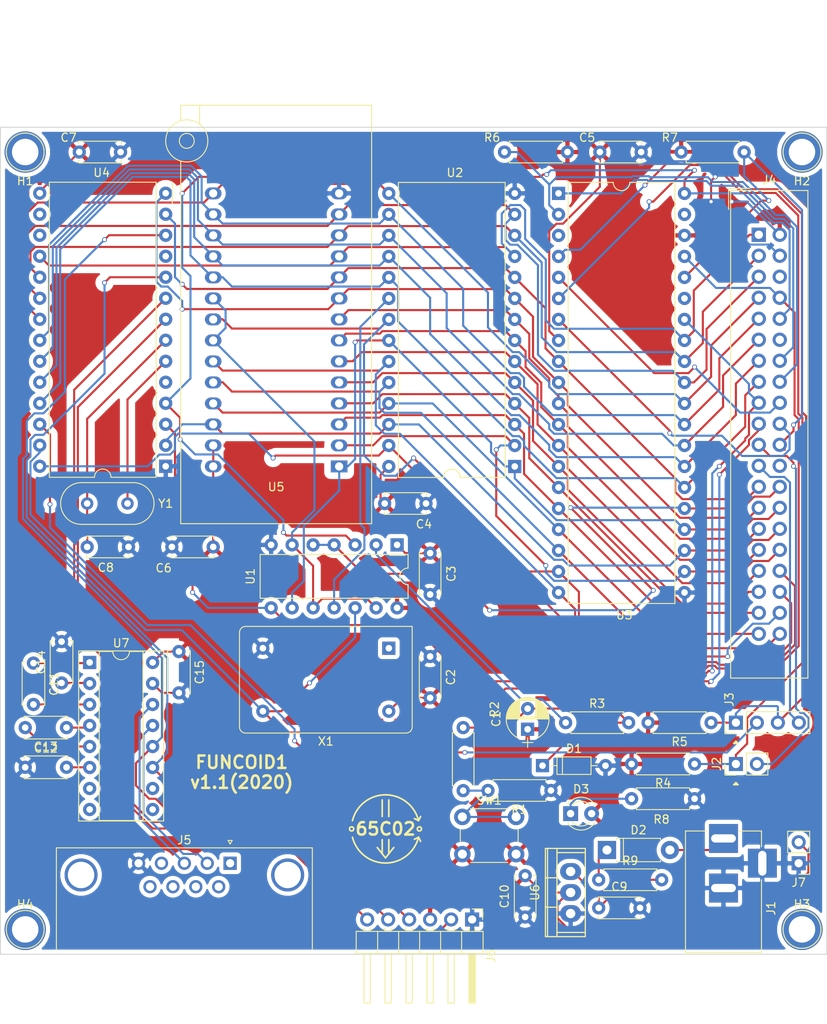
<source format=kicad_pcb>
(kicad_pcb (version 20171130) (host pcbnew 5.1.4)
  (layers (0 F.Cu signal) (31 B.Cu signal) (34 B.Paste user) (35 F.Paste user) (36 B.SilkS user) (37 F.SilkS user) (38 B.Mask user) (39 F.Mask user) (44 Edge.Cuts user))
  (net 0 "")
  (net 1 VCC)
  (net 2 "Net-(C1-Pad2)")
  (net 3 GND)
  (net 4 "Net-(C8-Pad1)")
  (net 5 NMI)
  (net 6 EXT_NMI)
  (net 7 IRQ)
  (net 8 S1_IRQ)
  (net 9 /D0)
  (net 10 /D1)
  (net 11 /D2)
  (net 12 /D3)
  (net 13 /D4)
  (net 14 /D5)
  (net 15 /D6)
  (net 16 /D7)
  (net 17 R/~W)
  (net 18 IO_SEL)
  (net 19 EXT_IRQ)
  (net 20 /A0)
  (net 21 /A1)
  (net 22 /A2)
  (net 23 /A3)
  (net 24 /A4)
  (net 25 /A5)
  (net 26 /A6)
  (net 27 /A7)
  (net 28 /A8)
  (net 29 /A9)
  (net 30 /A10)
  (net 31 /A11)
  (net 32 /A12)
  (net 33 /A13)
  (net 34 /A14)
  (net 35 /A15)
  (net 36 BE)
  (net 37 SYNC)
  (net 38 ~ML)
  (net 39 RDY)
  (net 40 ~VP)
  (net 41 RESET)
  (net 42 CLK)
  (net 43 /S1_DCD)
  (net 44 /S1_RX)
  (net 45 /S1_TX)
  (net 46 /S1_DTR)
  (net 47 /S1_DSR)
  (net 48 /S1_RTS)
  (net 49 /S1_CTS)
  (net 50 "Net-(J5-Pad9)")
  (net 51 "Net-(R1-Pad2)")
  (net 52 "Net-(R3-Pad1)")
  (net 53 ROM_SEL)
  (net 54 RAM_SEL)
  (net 55 "Net-(U3-Pad3)")
  (net 56 "Net-(U3-Pad35)")
  (net 57 "Net-(U3-Pad39)")
  (net 58 "Net-(U4-Pad5)")
  (net 59 "Net-(U4-Pad6)")
  (net 60 "Net-(X1-Pad1)")
  (net 61 "Net-(J4-Pad6)")
  (net 62 "Net-(J4-Pad12)")
  (net 63 "Net-(J4-Pad24)")
  (net 64 "Net-(C9-Pad1)")
  (net 65 "Net-(D2-Pad2)")
  (net 66 "Net-(D3-Pad1)")
  (net 67 "Net-(D2-Pad1)")
  (net 68 "Net-(C11-Pad1)")
  (net 69 "Net-(C11-Pad2)")
  (net 70 "Net-(C12-Pad1)")
  (net 71 "Net-(C12-Pad2)")
  (net 72 "Net-(C13-Pad2)")
  (net 73 "Net-(C14-Pad1)")
  (net 74 "Net-(J5-Pad1)")
  (net 75 "Net-(J5-Pad2)")
  (net 76 "Net-(J5-Pad3)")
  (net 77 "Net-(J5-Pad4)")
  (net 78 "Net-(J5-Pad6)")
  (net 79 "Net-(J5-Pad7)")
  (net 80 "Net-(J5-Pad8)")
  (net 81 "Net-(U7-Pad9)")
  (net 82 "Net-(U7-Pad10)")
  (net 83 "Net-(U7-Pad7)")
  (net 84 "Net-(U7-Pad8)")
  (module Oscillators:Oscillator_DIP-14 (layer F.Cu) (at 147 112 180)
    (fp_text reference X1 (at 7.62 -11.26 180) (layer F.SilkS))
    (fp_text value 1MHz)
    (pad 1 thru_hole rect (at 0 0 180) (size 1.6 1.6) (drill 0.8) (layers *.Cu *.Mask) (net 60 "Net-(X1-Pad1)"))
    (pad 14 thru_hole circle (at 0 -7.62 180) (size 1.6 1.6) (drill 0.8) (layers *.Cu *.Mask) (net 1 VCC))
    (pad 8 thru_hole circle (at 15.24 -7.62 180) (size 1.6 1.6) (drill 0.8) (layers *.Cu *.Mask) (net 42 CLK))
    (pad 7 thru_hole circle (at 15.24 0 180) (size 1.6 1.6) (drill 0.8) (layers *.Cu *.Mask) (net 3 GND))
  )
  (module custom:DIP_Socket-28_W11.9_W12.7_W15.24_W17.78_W18.5_3M_228-1277-00-0602J_rotated (layer F.Cu) (at 125.75 57)
    (fp_text reference U5 (at 7.62 35.5 180) (layer F.SilkS))
    (fp_text value 28C256)
    (pad 1 thru_hole rect (at 15.24 33.02 180) (size 2 1.44) (drill 1) (layers *.Cu *.Mask) (net 34 /A14))
    (pad 28 thru_hole oval (at 0 33.02 180) (size 2 1.44) (drill 1) (layers *.Cu *.Mask) (net 1 VCC))
    (pad 2 thru_hole oval (at 15.24 30.48 180) (size 2 1.44) (drill 1) (layers *.Cu *.Mask) (net 32 /A12))
    (pad 27 thru_hole oval (at 0 30.48 180) (size 2 1.44) (drill 1) (layers *.Cu *.Mask) (net 1 VCC))
    (pad 3 thru_hole oval (at 15.24 27.94 180) (size 2 1.44) (drill 1) (layers *.Cu *.Mask) (net 27 /A7))
    (pad 26 thru_hole oval (at 0 27.94 180) (size 2 1.44) (drill 1) (layers *.Cu *.Mask) (net 33 /A13))
    (pad 4 thru_hole oval (at 15.24 25.4 180) (size 2 1.44) (drill 1) (layers *.Cu *.Mask) (net 26 /A6))
    (pad 25 thru_hole oval (at 0 25.4 180) (size 2 1.44) (drill 1) (layers *.Cu *.Mask) (net 28 /A8))
    (pad 5 thru_hole oval (at 15.24 22.86 180) (size 2 1.44) (drill 1) (layers *.Cu *.Mask) (net 25 /A5))
    (pad 24 thru_hole oval (at 0 22.86 180) (size 2 1.44) (drill 1) (layers *.Cu *.Mask) (net 29 /A9))
    (pad 6 thru_hole oval (at 15.24 20.32 180) (size 2 1.44) (drill 1) (layers *.Cu *.Mask) (net 24 /A4))
    (pad 23 thru_hole oval (at 0 20.32 180) (size 2 1.44) (drill 1) (layers *.Cu *.Mask) (net 31 /A11))
    (pad 7 thru_hole oval (at 15.24 17.78 180) (size 2 1.44) (drill 1) (layers *.Cu *.Mask) (net 23 /A3))
    (pad 22 thru_hole oval (at 0 17.78 180) (size 2 1.44) (drill 1) (layers *.Cu *.Mask) (net 53 ROM_SEL))
    (pad 8 thru_hole oval (at 15.24 15.24 180) (size 2 1.44) (drill 1) (layers *.Cu *.Mask) (net 22 /A2))
    (pad 21 thru_hole oval (at 0 15.24 180) (size 2 1.44) (drill 1) (layers *.Cu *.Mask) (net 30 /A10))
    (pad 9 thru_hole oval (at 15.24 12.7 180) (size 2 1.44) (drill 1) (layers *.Cu *.Mask) (net 21 /A1))
    (pad 20 thru_hole oval (at 0 12.7 180) (size 2 1.44) (drill 1) (layers *.Cu *.Mask) (net 53 ROM_SEL))
    (pad 10 thru_hole oval (at 15.24 10.16 180) (size 2 1.44) (drill 1) (layers *.Cu *.Mask) (net 20 /A0))
    (pad 19 thru_hole oval (at 0 10.16 180) (size 2 1.44) (drill 1) (layers *.Cu *.Mask) (net 16 /D7))
    (pad 11 thru_hole oval (at 15.24 7.62 180) (size 2 1.44) (drill 1) (layers *.Cu *.Mask) (net 9 /D0))
    (pad 18 thru_hole oval (at 0 7.62 180) (size 2 1.44) (drill 1) (layers *.Cu *.Mask) (net 15 /D6))
    (pad 12 thru_hole oval (at 15.24 5.08 180) (size 2 1.44) (drill 1) (layers *.Cu *.Mask) (net 10 /D1))
    (pad 17 thru_hole oval (at 0 5.08 180) (size 2 1.44) (drill 1) (layers *.Cu *.Mask) (net 14 /D5))
    (pad 13 thru_hole oval (at 15.24 2.54 180) (size 2 1.44) (drill 1) (layers *.Cu *.Mask) (net 11 /D2))
    (pad 16 thru_hole oval (at 0 2.54 180) (size 2 1.44) (drill 1) (layers *.Cu *.Mask) (net 13 /D4))
    (pad 14 thru_hole oval (at 15.24 0 180) (size 2 1.44) (drill 1) (layers *.Cu *.Mask) (net 3 GND))
    (pad 15 thru_hole oval (at 0 0 180) (size 2 1.44) (drill 1) (layers *.Cu *.Mask) (net 12 /D3))
  )
  (module Connectors_DSub:DSUB-9_Female_Horizontal_Pitch2.77x2.84mm_EdgePinOffset7.70mm_Housed_MountingHolesOffset9.12mm (layer F.Cu) (at 127.8 138)
    (fp_text reference J5 (at -5.54 -2.8 180) (layer F.SilkS))
    (fp_text value S1_RS232)
    (pad 0 thru_hole circle (at 6.96 1.42) (size 4 4) (drill 3.2) (layers *.Cu *.Mask))
    (pad 0 thru_hole circle (at -18.04 1.42) (size 4 4) (drill 3.2) (layers *.Cu *.Mask))
    (pad 9 thru_hole circle (at -9.695 2.84) (size 1.6 1.6) (drill 1) (layers *.Cu *.Mask) (net 50 "Net-(J5-Pad9)"))
    (pad 8 thru_hole circle (at -6.925 2.84) (size 1.6 1.6) (drill 1) (layers *.Cu *.Mask) (net 80 "Net-(J5-Pad8)"))
    (pad 7 thru_hole circle (at -4.155 2.84) (size 1.6 1.6) (drill 1) (layers *.Cu *.Mask) (net 79 "Net-(J5-Pad7)"))
    (pad 6 thru_hole circle (at -1.385 2.84) (size 1.6 1.6) (drill 1) (layers *.Cu *.Mask) (net 78 "Net-(J5-Pad6)"))
    (pad 5 thru_hole circle (at -11.08 0) (size 1.6 1.6) (drill 1) (layers *.Cu *.Mask) (net 3 GND))
    (pad 4 thru_hole circle (at -8.31 0) (size 1.6 1.6) (drill 1) (layers *.Cu *.Mask) (net 77 "Net-(J5-Pad4)"))
    (pad 3 thru_hole circle (at -5.54 0) (size 1.6 1.6) (drill 1) (layers *.Cu *.Mask) (net 76 "Net-(J5-Pad3)"))
    (pad 2 thru_hole circle (at -2.77 0) (size 1.6 1.6) (drill 1) (layers *.Cu *.Mask) (net 75 "Net-(J5-Pad2)"))
    (pad 1 thru_hole rect (at 0 0) (size 1.6 1.6) (drill 1) (layers *.Cu *.Mask) (net 74 "Net-(J5-Pad1)"))
  )
  (module Connectors_IDC:IDC-Header_2x20_Pitch2.54mm_Straight (layer F.Cu) (at 191.77 62)
    (fp_text reference J4 (at 1.27 -6.604) (layer F.SilkS))
    (fp_text value BREAKOUT)
    (pad 1 thru_hole rect (at 0 0) (size 1.7272 1.7272) (drill 1.016) (layers *.Cu *.Mask) (net 9 /D0))
    (pad 2 thru_hole oval (at 2.54 0) (size 1.7272 1.7272) (drill 1.016) (layers *.Cu *.Mask) (net 1 VCC))
    (pad 3 thru_hole oval (at 0 2.54) (size 1.7272 1.7272) (drill 1.016) (layers *.Cu *.Mask) (net 10 /D1))
    (pad 4 thru_hole oval (at 2.54 2.54) (size 1.7272 1.7272) (drill 1.016) (layers *.Cu *.Mask) (net 3 GND))
    (pad 5 thru_hole oval (at 0 5.08) (size 1.7272 1.7272) (drill 1.016) (layers *.Cu *.Mask) (net 11 /D2))
    (pad 6 thru_hole oval (at 2.54 5.08) (size 1.7272 1.7272) (drill 1.016) (layers *.Cu *.Mask) (net 61 "Net-(J4-Pad6)"))
    (pad 7 thru_hole oval (at 0 7.62) (size 1.7272 1.7272) (drill 1.016) (layers *.Cu *.Mask) (net 12 /D3))
    (pad 8 thru_hole oval (at 2.54 7.62) (size 1.7272 1.7272) (drill 1.016) (layers *.Cu *.Mask) (net 42 CLK))
    (pad 9 thru_hole oval (at 0 10.16) (size 1.7272 1.7272) (drill 1.016) (layers *.Cu *.Mask) (net 13 /D4))
    (pad 10 thru_hole oval (at 2.54 10.16) (size 1.7272 1.7272) (drill 1.016) (layers *.Cu *.Mask) (net 41 RESET))
    (pad 11 thru_hole oval (at 0 12.7) (size 1.7272 1.7272) (drill 1.016) (layers *.Cu *.Mask) (net 14 /D5))
    (pad 12 thru_hole oval (at 2.54 12.7) (size 1.7272 1.7272) (drill 1.016) (layers *.Cu *.Mask) (net 62 "Net-(J4-Pad12)"))
    (pad 13 thru_hole oval (at 0 15.24) (size 1.7272 1.7272) (drill 1.016) (layers *.Cu *.Mask) (net 15 /D6))
    (pad 14 thru_hole oval (at 2.54 15.24) (size 1.7272 1.7272) (drill 1.016) (layers *.Cu *.Mask) (net 40 ~VP))
    (pad 15 thru_hole oval (at 0 17.78) (size 1.7272 1.7272) (drill 1.016) (layers *.Cu *.Mask) (net 16 /D7))
    (pad 16 thru_hole oval (at 2.54 17.78) (size 1.7272 1.7272) (drill 1.016) (layers *.Cu *.Mask) (net 39 RDY))
    (pad 17 thru_hole oval (at 0 20.32) (size 1.7272 1.7272) (drill 1.016) (layers *.Cu *.Mask) (net 17 R/~W))
    (pad 18 thru_hole oval (at 2.54 20.32) (size 1.7272 1.7272) (drill 1.016) (layers *.Cu *.Mask) (net 38 ~ML))
    (pad 19 thru_hole oval (at 0 22.86) (size 1.7272 1.7272) (drill 1.016) (layers *.Cu *.Mask) (net 18 IO_SEL))
    (pad 20 thru_hole oval (at 2.54 22.86) (size 1.7272 1.7272) (drill 1.016) (layers *.Cu *.Mask) (net 37 SYNC))
    (pad 21 thru_hole oval (at 0 25.4) (size 1.7272 1.7272) (drill 1.016) (layers *.Cu *.Mask) (net 6 EXT_NMI))
    (pad 22 thru_hole oval (at 2.54 25.4) (size 1.7272 1.7272) (drill 1.016) (layers *.Cu *.Mask) (net 36 BE))
    (pad 23 thru_hole oval (at 0 27.94) (size 1.7272 1.7272) (drill 1.016) (layers *.Cu *.Mask) (net 19 EXT_IRQ))
    (pad 24 thru_hole oval (at 2.54 27.94) (size 1.7272 1.7272) (drill 1.016) (layers *.Cu *.Mask) (net 63 "Net-(J4-Pad24)"))
    (pad 25 thru_hole oval (at 0 30.48) (size 1.7272 1.7272) (drill 1.016) (layers *.Cu *.Mask) (net 20 /A0))
    (pad 26 thru_hole oval (at 2.54 30.48) (size 1.7272 1.7272) (drill 1.016) (layers *.Cu *.Mask) (net 35 /A15))
    (pad 27 thru_hole oval (at 0 33.02) (size 1.7272 1.7272) (drill 1.016) (layers *.Cu *.Mask) (net 21 /A1))
    (pad 28 thru_hole oval (at 2.54 33.02) (size 1.7272 1.7272) (drill 1.016) (layers *.Cu *.Mask) (net 34 /A14))
    (pad 29 thru_hole oval (at 0 35.56) (size 1.7272 1.7272) (drill 1.016) (layers *.Cu *.Mask) (net 22 /A2))
    (pad 30 thru_hole oval (at 2.54 35.56) (size 1.7272 1.7272) (drill 1.016) (layers *.Cu *.Mask) (net 33 /A13))
    (pad 31 thru_hole oval (at 0 38.1) (size 1.7272 1.7272) (drill 1.016) (layers *.Cu *.Mask) (net 23 /A3))
    (pad 32 thru_hole oval (at 2.54 38.1) (size 1.7272 1.7272) (drill 1.016) (layers *.Cu *.Mask) (net 32 /A12))
    (pad 33 thru_hole oval (at 0 40.64) (size 1.7272 1.7272) (drill 1.016) (layers *.Cu *.Mask) (net 24 /A4))
    (pad 34 thru_hole oval (at 2.54 40.64) (size 1.7272 1.7272) (drill 1.016) (layers *.Cu *.Mask) (net 31 /A11))
    (pad 35 thru_hole oval (at 0 43.18) (size 1.7272 1.7272) (drill 1.016) (layers *.Cu *.Mask) (net 25 /A5))
    (pad 36 thru_hole oval (at 2.54 43.18) (size 1.7272 1.7272) (drill 1.016) (layers *.Cu *.Mask) (net 30 /A10))
    (pad 37 thru_hole oval (at 0 45.72) (size 1.7272 1.7272) (drill 1.016) (layers *.Cu *.Mask) (net 26 /A6))
    (pad 38 thru_hole oval (at 2.54 45.72) (size 1.7272 1.7272) (drill 1.016) (layers *.Cu *.Mask) (net 29 /A9))
    (pad 39 thru_hole oval (at 0 48.26) (size 1.7272 1.7272) (drill 1.016) (layers *.Cu *.Mask) (net 27 /A7))
    (pad 40 thru_hole oval (at 2.54 48.26) (size 1.7272 1.7272) (drill 1.016) (layers *.Cu *.Mask) (net 28 /A8))
  )
  (module Capacitors_ThroughHole:CP_Radial_D5.0mm_P2.50mm (layer F.Cu) (at 163.8 121.8 90)
    (fp_text reference C1 (at 1.25 -3.81 90) (layer F.SilkS))
    (fp_text value 4.7u)
    (pad 1 thru_hole rect (at 0 0 90) (size 1.6 1.6) (drill 0.8) (layers *.Cu *.Mask) (net 1 VCC))
    (pad 2 thru_hole circle (at 2.5 0 90) (size 1.6 1.6) (drill 0.8) (layers *.Cu *.Mask) (net 2 "Net-(C1-Pad2)"))
  )
  (module Capacitors_ThroughHole:C_Disc_D5.0mm_W2.5mm_P5.00mm (layer F.Cu) (at 152 118 90)
    (fp_text reference C2 (at 2.5 2.5 90) (layer F.SilkS))
    (fp_text value 100n)
    (pad 1 thru_hole circle (at 0 0 90) (size 1.6 1.6) (drill 0.8) (layers *.Cu *.Mask) (net 1 VCC))
    (pad 2 thru_hole circle (at 5 0 90) (size 1.6 1.6) (drill 0.8) (layers *.Cu *.Mask) (net 3 GND))
  )
  (module Capacitors_ThroughHole:C_Disc_D5.0mm_W2.5mm_P5.00mm (layer F.Cu) (at 152 100.5 270)
    (fp_text reference C3 (at 2.5 -2.56 270) (layer F.SilkS))
    (fp_text value 100n)
    (pad 1 thru_hole circle (at 0 0 270) (size 1.6 1.6) (drill 0.8) (layers *.Cu *.Mask) (net 1 VCC))
    (pad 2 thru_hole circle (at 5 0 270) (size 1.6 1.6) (drill 0.8) (layers *.Cu *.Mask) (net 3 GND))
  )
  (module Capacitors_ThroughHole:C_Disc_D5.0mm_W2.5mm_P5.00mm (layer F.Cu) (at 146.5 94.5)
    (fp_text reference C4 (at 4.75 2.5) (layer F.SilkS))
    (fp_text value 100n)
    (pad 1 thru_hole circle (at 0 0) (size 1.6 1.6) (drill 0.8) (layers *.Cu *.Mask) (net 1 VCC))
    (pad 2 thru_hole circle (at 5 0) (size 1.6 1.6) (drill 0.8) (layers *.Cu *.Mask) (net 3 GND))
  )
  (module Capacitors_ThroughHole:C_Disc_D5.0mm_W2.5mm_P5.00mm (layer F.Cu) (at 172.54 52)
    (fp_text reference C5 (at -1.54 -1.75) (layer F.SilkS))
    (fp_text value 100n)
    (pad 1 thru_hole circle (at 0 0) (size 1.6 1.6) (drill 0.8) (layers *.Cu *.Mask) (net 1 VCC))
    (pad 2 thru_hole circle (at 5 0) (size 1.6 1.6) (drill 0.8) (layers *.Cu *.Mask) (net 3 GND))
  )
  (module Capacitors_ThroughHole:C_Disc_D5.0mm_W2.5mm_P5.00mm (layer F.Cu) (at 125.75 99.75 180)
    (fp_text reference C6 (at 6 -2.56 180) (layer F.SilkS))
    (fp_text value 100n)
    (pad 2 thru_hole circle (at 5 0 180) (size 1.6 1.6) (drill 0.8) (layers *.Cu *.Mask) (net 3 GND))
    (pad 1 thru_hole circle (at 0 0 180) (size 1.6 1.6) (drill 0.8) (layers *.Cu *.Mask) (net 1 VCC))
  )
  (module Capacitors_ThroughHole:C_Disc_D5.0mm_W2.5mm_P5.00mm (layer F.Cu) (at 109.54 52)
    (fp_text reference C7 (at -1.29 -1.75) (layer F.SilkS))
    (fp_text value 100n)
    (pad 1 thru_hole circle (at 0 0) (size 1.6 1.6) (drill 0.8) (layers *.Cu *.Mask) (net 1 VCC))
    (pad 2 thru_hole circle (at 5 0) (size 1.6 1.6) (drill 0.8) (layers *.Cu *.Mask) (net 3 GND))
  )
  (module Capacitors_ThroughHole:C_Disc_D5.0mm_W2.5mm_P5.00mm (layer F.Cu) (at 110.5 99.75)
    (fp_text reference C8 (at 2.25 2.5) (layer F.SilkS))
    (fp_text value 27p)
    (pad 1 thru_hole circle (at 0 0) (size 1.6 1.6) (drill 0.8) (layers *.Cu *.Mask) (net 4 "Net-(C8-Pad1)"))
    (pad 2 thru_hole circle (at 5 0) (size 1.6 1.6) (drill 0.8) (layers *.Cu *.Mask) (net 3 GND))
  )
  (module Diodes_ThroughHole:D_DO-35_SOD27_P7.62mm_Horizontal (layer F.Cu) (at 165.6 126.2)
    (fp_text reference D1 (at 3.81 -2.06) (layer F.SilkS))
    (fp_text value 1N4148)
    (pad 1 thru_hole rect (at 0 0) (size 1.6 1.6) (drill 0.8) (layers *.Cu *.Mask) (net 2 "Net-(C1-Pad2)"))
    (pad 2 thru_hole oval (at 7.62 0) (size 1.6 1.6) (drill 0.8) (layers *.Cu *.Mask) (net 3 GND))
  )
  (module Connect:BARREL_JACK (layer F.Cu) (at 187.5 135 90)
    (fp_text reference J1 (at -8.45 5.75 90) (layer F.SilkS))
    (fp_text value "7-15V DC")
    (pad 1 thru_hole rect (at 0 0 90) (size 3.5 3.5) (drill oval 1 3) (layers *.Cu *.Mask) (net 65 "Net-(D2-Pad2)"))
    (pad 2 thru_hole rect (at -6 0 90) (size 3.5 3.5) (drill oval 1 3) (layers *.Cu *.Mask) (net 3 GND))
    (pad 3 thru_hole rect (at -3 4.7 90) (size 3.5 3.5) (drill oval 3 1) (layers *.Cu *.Mask) (net 3 GND))
  )
  (module Pin_Headers:Pin_Header_Straight_1x02_Pitch2.54mm (layer F.Cu) (at 189 126 90)
    (fp_text reference J2 (at 0 -2.33 90) (layer F.SilkS))
    (fp_text value NMI_CTRL)
    (pad 1 thru_hole rect (at 0 0 90) (size 1.7 1.7) (drill 1) (layers *.Cu *.Mask) (net 5 NMI))
    (pad 2 thru_hole oval (at 0 2.54 90) (size 1.7 1.7) (drill 1) (layers *.Cu *.Mask) (net 6 EXT_NMI))
  )
  (module Resistors_ThroughHole:R_Axial_DIN0207_L6.3mm_D2.5mm_P7.62mm_Horizontal (layer F.Cu) (at 166.62 129.2 180)
    (fp_text reference R1 (at 3.81 -2.31) (layer F.SilkS))
    (fp_text value 47k)
    (pad 1 thru_hole circle (at 0 0 180) (size 1.6 1.6) (drill 0.8) (layers *.Cu *.Mask) (net 3 GND))
    (pad 2 thru_hole oval (at 7.62 0 180) (size 1.6 1.6) (drill 0.8) (layers *.Cu *.Mask) (net 51 "Net-(R1-Pad2)"))
  )
  (module Resistors_ThroughHole:R_Axial_DIN0207_L6.3mm_D2.5mm_P7.62mm_Horizontal (layer F.Cu) (at 156 121.6 270)
    (fp_text reference R2 (at -2.2 -3.8 270) (layer F.SilkS))
    (fp_text value 10k)
    (pad 1 thru_hole circle (at 0 0 270) (size 1.6 1.6) (drill 0.8) (layers *.Cu *.Mask) (net 2 "Net-(C1-Pad2)"))
    (pad 2 thru_hole oval (at 7.62 0 270) (size 1.6 1.6) (drill 0.8) (layers *.Cu *.Mask) (net 51 "Net-(R1-Pad2)"))
  )
  (module Resistors_ThroughHole:R_Axial_DIN0207_L6.3mm_D2.5mm_P7.62mm_Horizontal (layer F.Cu) (at 168.4 121)
    (fp_text reference R3 (at 3.81 -2.31 180) (layer F.SilkS))
    (fp_text value 10k)
    (pad 1 thru_hole circle (at 0 0) (size 1.6 1.6) (drill 0.8) (layers *.Cu *.Mask) (net 52 "Net-(R3-Pad1)"))
    (pad 2 thru_hole oval (at 7.62 0) (size 1.6 1.6) (drill 0.8) (layers *.Cu *.Mask) (net 2 "Net-(C1-Pad2)"))
  )
  (module Resistors_ThroughHole:R_Axial_DIN0207_L6.3mm_D2.5mm_P7.62mm_Horizontal (layer F.Cu) (at 184 126 180)
    (fp_text reference R4 (at 3.81 -2.31 180) (layer F.SilkS))
    (fp_text value 3.3k)
    (pad 1 thru_hole circle (at 0 0 180) (size 1.6 1.6) (drill 0.8) (layers *.Cu *.Mask) (net 5 NMI))
    (pad 2 thru_hole oval (at 7.62 0 180) (size 1.6 1.6) (drill 0.8) (layers *.Cu *.Mask) (net 1 VCC))
  )
  (module Resistors_ThroughHole:R_Axial_DIN0207_L6.3mm_D2.5mm_P7.62mm_Horizontal (layer F.Cu) (at 186 121 180)
    (fp_text reference R5 (at 3.81 -2.31 180) (layer F.SilkS))
    (fp_text value 3.3k)
    (pad 1 thru_hole circle (at 0 0 180) (size 1.6 1.6) (drill 0.8) (layers *.Cu *.Mask) (net 7 IRQ))
    (pad 2 thru_hole oval (at 7.62 0 180) (size 1.6 1.6) (drill 0.8) (layers *.Cu *.Mask) (net 1 VCC))
  )
  (module Resistors_ThroughHole:R_Axial_DIN0207_L6.3mm_D2.5mm_P7.62mm_Horizontal (layer F.Cu) (at 161 52)
    (fp_text reference R6 (at -1.5 -1.75) (layer F.SilkS))
    (fp_text value 3.3k)
    (pad 1 thru_hole circle (at 0 0) (size 1.6 1.6) (drill 0.8) (layers *.Cu *.Mask) (net 39 RDY))
    (pad 2 thru_hole oval (at 7.62 0) (size 1.6 1.6) (drill 0.8) (layers *.Cu *.Mask) (net 1 VCC))
  )
  (module Resistors_ThroughHole:R_Axial_DIN0207_L6.3mm_D2.5mm_P7.62mm_Horizontal (layer F.Cu) (at 190 52 180)
    (fp_text reference R7 (at 9 1.75 180) (layer F.SilkS))
    (fp_text value 3.3k)
    (pad 1 thru_hole circle (at 0 0 180) (size 1.6 1.6) (drill 0.8) (layers *.Cu *.Mask) (net 36 BE))
    (pad 2 thru_hole oval (at 7.62 0 180) (size 1.6 1.6) (drill 0.8) (layers *.Cu *.Mask) (net 1 VCC))
  )
  (module Buttons_Switches_ThroughHole:SW_PUSH_6mm (layer F.Cu) (at 155.9 132.4)
    (fp_text reference SW1 (at 3.25 -2) (layer F.SilkS))
    (fp_text value SW_RST)
    (pad 2 thru_hole circle (at 0 4.5 90) (size 2 2) (drill 1.1) (layers *.Cu *.Mask) (net 1 VCC))
    (pad 1 thru_hole circle (at 0 0 90) (size 2 2) (drill 1.1) (layers *.Cu *.Mask) (net 51 "Net-(R1-Pad2)"))
    (pad 2 thru_hole circle (at 6.5 4.5 90) (size 2 2) (drill 1.1) (layers *.Cu *.Mask) (net 1 VCC))
    (pad 1 thru_hole circle (at 6.5 0 90) (size 2 2) (drill 1.1) (layers *.Cu *.Mask) (net 51 "Net-(R1-Pad2)"))
  )
  (module Housings_DIP:DIP-14_W7.62mm (layer F.Cu) (at 148 99.5 270)
    (fp_text reference U1 (at 3.81 17.75 270) (layer F.SilkS))
    (fp_text value 74HC132)
    (pad 1 thru_hole rect (at 0 0 270) (size 1.6 1.6) (drill 0.8) (layers *.Cu *.Mask) (net 1 VCC))
    (pad 8 thru_hole oval (at 7.62 15.24 270) (size 1.6 1.6) (drill 0.8) (layers *.Cu *.Mask) (net 18 IO_SEL))
    (pad 2 thru_hole oval (at 0 2.54 270) (size 1.6 1.6) (drill 0.8) (layers *.Cu *.Mask) (net 52 "Net-(R3-Pad1)"))
    (pad 9 thru_hole oval (at 7.62 12.7 270) (size 1.6 1.6) (drill 0.8) (layers *.Cu *.Mask) (net 34 /A14))
    (pad 3 thru_hole oval (at 0 5.08 270) (size 1.6 1.6) (drill 0.8) (layers *.Cu *.Mask) (net 41 RESET))
    (pad 10 thru_hole oval (at 7.62 10.16 270) (size 1.6 1.6) (drill 0.8) (layers *.Cu *.Mask) (net 53 ROM_SEL))
    (pad 4 thru_hole oval (at 0 7.62 270) (size 1.6 1.6) (drill 0.8) (layers *.Cu *.Mask) (net 35 /A15))
    (pad 11 thru_hole oval (at 7.62 7.62 270) (size 1.6 1.6) (drill 0.8) (layers *.Cu *.Mask) (net 54 RAM_SEL))
    (pad 5 thru_hole oval (at 0 10.16 270) (size 1.6 1.6) (drill 0.8) (layers *.Cu *.Mask) (net 35 /A15))
    (pad 12 thru_hole oval (at 7.62 5.08 270) (size 1.6 1.6) (drill 0.8) (layers *.Cu *.Mask) (net 42 CLK))
    (pad 6 thru_hole oval (at 0 12.7 270) (size 1.6 1.6) (drill 0.8) (layers *.Cu *.Mask) (net 53 ROM_SEL))
    (pad 13 thru_hole oval (at 7.62 2.54 270) (size 1.6 1.6) (drill 0.8) (layers *.Cu *.Mask) (net 53 ROM_SEL))
    (pad 7 thru_hole oval (at 0 15.24 270) (size 1.6 1.6) (drill 0.8) (layers *.Cu *.Mask) (net 3 GND))
    (pad 14 thru_hole oval (at 7.62 0 270) (size 1.6 1.6) (drill 0.8) (layers *.Cu *.Mask) (net 1 VCC))
  )
  (module Housings_DIP:DIP-28_W15.24mm (layer F.Cu) (at 162.24 90.02 180)
    (fp_text reference U2 (at 7.24 35.52 180) (layer F.SilkS))
    (fp_text value HM62256ALP-10)
    (pad 1 thru_hole rect (at 0 0 180) (size 1.6 1.6) (drill 0.8) (layers *.Cu *.Mask) (net 34 /A14))
    (pad 15 thru_hole oval (at 15.24 33.02 180) (size 1.6 1.6) (drill 0.8) (layers *.Cu *.Mask) (net 12 /D3))
    (pad 2 thru_hole oval (at 0 2.54 180) (size 1.6 1.6) (drill 0.8) (layers *.Cu *.Mask) (net 32 /A12))
    (pad 16 thru_hole oval (at 15.24 30.48 180) (size 1.6 1.6) (drill 0.8) (layers *.Cu *.Mask) (net 13 /D4))
    (pad 3 thru_hole oval (at 0 5.08 180) (size 1.6 1.6) (drill 0.8) (layers *.Cu *.Mask) (net 27 /A7))
    (pad 17 thru_hole oval (at 15.24 27.94 180) (size 1.6 1.6) (drill 0.8) (layers *.Cu *.Mask) (net 14 /D5))
    (pad 4 thru_hole oval (at 0 7.62 180) (size 1.6 1.6) (drill 0.8) (layers *.Cu *.Mask) (net 26 /A6))
    (pad 18 thru_hole oval (at 15.24 25.4 180) (size 1.6 1.6) (drill 0.8) (layers *.Cu *.Mask) (net 15 /D6))
    (pad 5 thru_hole oval (at 0 10.16 180) (size 1.6 1.6) (drill 0.8) (layers *.Cu *.Mask) (net 25 /A5))
    (pad 19 thru_hole oval (at 15.24 22.86 180) (size 1.6 1.6) (drill 0.8) (layers *.Cu *.Mask) (net 16 /D7))
    (pad 6 thru_hole oval (at 0 12.7 180) (size 1.6 1.6) (drill 0.8) (layers *.Cu *.Mask) (net 24 /A4))
    (pad 20 thru_hole oval (at 15.24 20.32 180) (size 1.6 1.6) (drill 0.8) (layers *.Cu *.Mask) (net 54 RAM_SEL))
    (pad 7 thru_hole oval (at 0 15.24 180) (size 1.6 1.6) (drill 0.8) (layers *.Cu *.Mask) (net 23 /A3))
    (pad 21 thru_hole oval (at 15.24 17.78 180) (size 1.6 1.6) (drill 0.8) (layers *.Cu *.Mask) (net 30 /A10))
    (pad 8 thru_hole oval (at 0 17.78 180) (size 1.6 1.6) (drill 0.8) (layers *.Cu *.Mask) (net 22 /A2))
    (pad 22 thru_hole oval (at 15.24 15.24 180) (size 1.6 1.6) (drill 0.8) (layers *.Cu *.Mask) (net 34 /A14))
    (pad 9 thru_hole oval (at 0 20.32 180) (size 1.6 1.6) (drill 0.8) (layers *.Cu *.Mask) (net 21 /A1))
    (pad 23 thru_hole oval (at 15.24 12.7 180) (size 1.6 1.6) (drill 0.8) (layers *.Cu *.Mask) (net 31 /A11))
    (pad 10 thru_hole oval (at 0 22.86 180) (size 1.6 1.6) (drill 0.8) (layers *.Cu *.Mask) (net 20 /A0))
    (pad 24 thru_hole oval (at 15.24 10.16 180) (size 1.6 1.6) (drill 0.8) (layers *.Cu *.Mask) (net 29 /A9))
    (pad 11 thru_hole oval (at 0 25.4 180) (size 1.6 1.6) (drill 0.8) (layers *.Cu *.Mask) (net 9 /D0))
    (pad 25 thru_hole oval (at 15.24 7.62 180) (size 1.6 1.6) (drill 0.8) (layers *.Cu *.Mask) (net 28 /A8))
    (pad 12 thru_hole oval (at 0 27.94 180) (size 1.6 1.6) (drill 0.8) (layers *.Cu *.Mask) (net 10 /D1))
    (pad 26 thru_hole oval (at 15.24 5.08 180) (size 1.6 1.6) (drill 0.8) (layers *.Cu *.Mask) (net 33 /A13))
    (pad 13 thru_hole oval (at 0 30.48 180) (size 1.6 1.6) (drill 0.8) (layers *.Cu *.Mask) (net 11 /D2))
    (pad 27 thru_hole oval (at 15.24 2.54 180) (size 1.6 1.6) (drill 0.8) (layers *.Cu *.Mask) (net 17 R/~W))
    (pad 14 thru_hole oval (at 0 33.02 180) (size 1.6 1.6) (drill 0.8) (layers *.Cu *.Mask) (net 3 GND))
    (pad 28 thru_hole oval (at 15.24 0 180) (size 1.6 1.6) (drill 0.8) (layers *.Cu *.Mask) (net 1 VCC))
  )
  (module Housings_DIP:DIP-40_W15.24mm (layer F.Cu) (at 167.54 57)
    (fp_text reference U3 (at 7.96 51) (layer F.SilkS))
    (fp_text value WD65C02)
    (pad 1 thru_hole rect (at 0 0) (size 1.6 1.6) (drill 0.8) (layers *.Cu *.Mask) (net 40 ~VP))
    (pad 21 thru_hole oval (at 15.24 48.26) (size 1.6 1.6) (drill 0.8) (layers *.Cu *.Mask) (net 3 GND))
    (pad 2 thru_hole oval (at 0 2.54) (size 1.6 1.6) (drill 0.8) (layers *.Cu *.Mask) (net 39 RDY))
    (pad 22 thru_hole oval (at 15.24 45.72) (size 1.6 1.6) (drill 0.8) (layers *.Cu *.Mask) (net 32 /A12))
    (pad 3 thru_hole oval (at 0 5.08) (size 1.6 1.6) (drill 0.8) (layers *.Cu *.Mask) (net 55 "Net-(U3-Pad3)"))
    (pad 23 thru_hole oval (at 15.24 43.18) (size 1.6 1.6) (drill 0.8) (layers *.Cu *.Mask) (net 33 /A13))
    (pad 4 thru_hole oval (at 0 7.62) (size 1.6 1.6) (drill 0.8) (layers *.Cu *.Mask) (net 7 IRQ))
    (pad 24 thru_hole oval (at 15.24 40.64) (size 1.6 1.6) (drill 0.8) (layers *.Cu *.Mask) (net 34 /A14))
    (pad 5 thru_hole oval (at 0 10.16) (size 1.6 1.6) (drill 0.8) (layers *.Cu *.Mask) (net 38 ~ML))
    (pad 25 thru_hole oval (at 15.24 38.1) (size 1.6 1.6) (drill 0.8) (layers *.Cu *.Mask) (net 35 /A15))
    (pad 6 thru_hole oval (at 0 12.7) (size 1.6 1.6) (drill 0.8) (layers *.Cu *.Mask) (net 5 NMI))
    (pad 26 thru_hole oval (at 15.24 35.56) (size 1.6 1.6) (drill 0.8) (layers *.Cu *.Mask) (net 16 /D7))
    (pad 7 thru_hole oval (at 0 15.24) (size 1.6 1.6) (drill 0.8) (layers *.Cu *.Mask) (net 37 SYNC))
    (pad 27 thru_hole oval (at 15.24 33.02) (size 1.6 1.6) (drill 0.8) (layers *.Cu *.Mask) (net 15 /D6))
    (pad 8 thru_hole oval (at 0 17.78) (size 1.6 1.6) (drill 0.8) (layers *.Cu *.Mask) (net 1 VCC))
    (pad 28 thru_hole oval (at 15.24 30.48) (size 1.6 1.6) (drill 0.8) (layers *.Cu *.Mask) (net 14 /D5))
    (pad 9 thru_hole oval (at 0 20.32) (size 1.6 1.6) (drill 0.8) (layers *.Cu *.Mask) (net 20 /A0))
    (pad 29 thru_hole oval (at 15.24 27.94) (size 1.6 1.6) (drill 0.8) (layers *.Cu *.Mask) (net 13 /D4))
    (pad 10 thru_hole oval (at 0 22.86) (size 1.6 1.6) (drill 0.8) (layers *.Cu *.Mask) (net 21 /A1))
    (pad 30 thru_hole oval (at 15.24 25.4) (size 1.6 1.6) (drill 0.8) (layers *.Cu *.Mask) (net 12 /D3))
    (pad 11 thru_hole oval (at 0 25.4) (size 1.6 1.6) (drill 0.8) (layers *.Cu *.Mask) (net 22 /A2))
    (pad 31 thru_hole oval (at 15.24 22.86) (size 1.6 1.6) (drill 0.8) (layers *.Cu *.Mask) (net 11 /D2))
    (pad 12 thru_hole oval (at 0 27.94) (size 1.6 1.6) (drill 0.8) (layers *.Cu *.Mask) (net 23 /A3))
    (pad 32 thru_hole oval (at 15.24 20.32) (size 1.6 1.6) (drill 0.8) (layers *.Cu *.Mask) (net 10 /D1))
    (pad 13 thru_hole oval (at 0 30.48) (size 1.6 1.6) (drill 0.8) (layers *.Cu *.Mask) (net 24 /A4))
    (pad 33 thru_hole oval (at 15.24 17.78) (size 1.6 1.6) (drill 0.8) (layers *.Cu *.Mask) (net 9 /D0))
    (pad 14 thru_hole oval (at 0 33.02) (size 1.6 1.6) (drill 0.8) (layers *.Cu *.Mask) (net 25 /A5))
    (pad 34 thru_hole oval (at 15.24 15.24) (size 1.6 1.6) (drill 0.8) (layers *.Cu *.Mask) (net 17 R/~W))
    (pad 15 thru_hole oval (at 0 35.56) (size 1.6 1.6) (drill 0.8) (layers *.Cu *.Mask) (net 26 /A6))
    (pad 35 thru_hole oval (at 15.24 12.7) (size 1.6 1.6) (drill 0.8) (layers *.Cu *.Mask) (net 56 "Net-(U3-Pad35)"))
    (pad 16 thru_hole oval (at 0 38.1) (size 1.6 1.6) (drill 0.8) (layers *.Cu *.Mask) (net 27 /A7))
    (pad 36 thru_hole oval (at 15.24 10.16) (size 1.6 1.6) (drill 0.8) (layers *.Cu *.Mask) (net 36 BE))
    (pad 17 thru_hole oval (at 0 40.64) (size 1.6 1.6) (drill 0.8) (layers *.Cu *.Mask) (net 28 /A8))
    (pad 37 thru_hole oval (at 15.24 7.62) (size 1.6 1.6) (drill 0.8) (layers *.Cu *.Mask) (net 42 CLK))
    (pad 18 thru_hole oval (at 0 43.18) (size 1.6 1.6) (drill 0.8) (layers *.Cu *.Mask) (net 29 /A9))
    (pad 38 thru_hole oval (at 15.24 5.08) (size 1.6 1.6) (drill 0.8) (layers *.Cu *.Mask) (net 1 VCC))
    (pad 19 thru_hole oval (at 0 45.72) (size 1.6 1.6) (drill 0.8) (layers *.Cu *.Mask) (net 30 /A10))
    (pad 39 thru_hole oval (at 15.24 2.54) (size 1.6 1.6) (drill 0.8) (layers *.Cu *.Mask) (net 57 "Net-(U3-Pad39)"))
    (pad 20 thru_hole oval (at 0 48.26) (size 1.6 1.6) (drill 0.8) (layers *.Cu *.Mask) (net 31 /A11))
    (pad 40 thru_hole oval (at 15.24 0) (size 1.6 1.6) (drill 0.8) (layers *.Cu *.Mask) (net 41 RESET))
  )
  (module Housings_DIP:DIP-28_W15.24mm (layer F.Cu) (at 120 90 180)
    (fp_text reference U4 (at 7.75 35.5 180) (layer F.SilkS))
    (fp_text value W65C51N)
    (pad 1 thru_hole rect (at 0 0 180) (size 1.6 1.6) (drill 0.8) (layers *.Cu *.Mask) (net 3 GND))
    (pad 15 thru_hole oval (at 15.24 33.02 180) (size 1.6 1.6) (drill 0.8) (layers *.Cu *.Mask) (net 1 VCC))
    (pad 2 thru_hole oval (at 0 2.54 180) (size 1.6 1.6) (drill 0.8) (layers *.Cu *.Mask) (net 33 /A13))
    (pad 16 thru_hole oval (at 15.24 30.48 180) (size 1.6 1.6) (drill 0.8) (layers *.Cu *.Mask) (net 43 /S1_DCD))
    (pad 3 thru_hole oval (at 0 5.08 180) (size 1.6 1.6) (drill 0.8) (layers *.Cu *.Mask) (net 18 IO_SEL))
    (pad 17 thru_hole oval (at 15.24 27.94 180) (size 1.6 1.6) (drill 0.8) (layers *.Cu *.Mask) (net 47 /S1_DSR))
    (pad 4 thru_hole oval (at 0 7.62 180) (size 1.6 1.6) (drill 0.8) (layers *.Cu *.Mask) (net 41 RESET))
    (pad 18 thru_hole oval (at 15.24 25.4 180) (size 1.6 1.6) (drill 0.8) (layers *.Cu *.Mask) (net 9 /D0))
    (pad 5 thru_hole oval (at 0 10.16 180) (size 1.6 1.6) (drill 0.8) (layers *.Cu *.Mask) (net 58 "Net-(U4-Pad5)"))
    (pad 19 thru_hole oval (at 15.24 22.86 180) (size 1.6 1.6) (drill 0.8) (layers *.Cu *.Mask) (net 10 /D1))
    (pad 6 thru_hole oval (at 0 12.7 180) (size 1.6 1.6) (drill 0.8) (layers *.Cu *.Mask) (net 59 "Net-(U4-Pad6)"))
    (pad 20 thru_hole oval (at 15.24 20.32 180) (size 1.6 1.6) (drill 0.8) (layers *.Cu *.Mask) (net 11 /D2))
    (pad 7 thru_hole oval (at 0 15.24 180) (size 1.6 1.6) (drill 0.8) (layers *.Cu *.Mask) (net 4 "Net-(C8-Pad1)"))
    (pad 21 thru_hole oval (at 15.24 17.78 180) (size 1.6 1.6) (drill 0.8) (layers *.Cu *.Mask) (net 12 /D3))
    (pad 8 thru_hole oval (at 0 17.78 180) (size 1.6 1.6) (drill 0.8) (layers *.Cu *.Mask) (net 48 /S1_RTS))
    (pad 22 thru_hole oval (at 15.24 15.24 180) (size 1.6 1.6) (drill 0.8) (layers *.Cu *.Mask) (net 13 /D4))
    (pad 9 thru_hole oval (at 0 20.32 180) (size 1.6 1.6) (drill 0.8) (layers *.Cu *.Mask) (net 49 /S1_CTS))
    (pad 23 thru_hole oval (at 15.24 12.7 180) (size 1.6 1.6) (drill 0.8) (layers *.Cu *.Mask) (net 14 /D5))
    (pad 10 thru_hole oval (at 0 22.86 180) (size 1.6 1.6) (drill 0.8) (layers *.Cu *.Mask) (net 45 /S1_TX))
    (pad 24 thru_hole oval (at 15.24 10.16 180) (size 1.6 1.6) (drill 0.8) (layers *.Cu *.Mask) (net 15 /D6))
    (pad 11 thru_hole oval (at 0 25.4 180) (size 1.6 1.6) (drill 0.8) (layers *.Cu *.Mask) (net 46 /S1_DTR))
    (pad 25 thru_hole oval (at 15.24 7.62 180) (size 1.6 1.6) (drill 0.8) (layers *.Cu *.Mask) (net 16 /D7))
    (pad 12 thru_hole oval (at 0 27.94 180) (size 1.6 1.6) (drill 0.8) (layers *.Cu *.Mask) (net 44 /S1_RX))
    (pad 26 thru_hole oval (at 15.24 5.08 180) (size 1.6 1.6) (drill 0.8) (layers *.Cu *.Mask) (net 8 S1_IRQ))
    (pad 13 thru_hole oval (at 0 30.48 180) (size 1.6 1.6) (drill 0.8) (layers *.Cu *.Mask) (net 20 /A0))
    (pad 27 thru_hole oval (at 15.24 2.54 180) (size 1.6 1.6) (drill 0.8) (layers *.Cu *.Mask) (net 42 CLK))
    (pad 14 thru_hole oval (at 0 33.02 180) (size 1.6 1.6) (drill 0.8) (layers *.Cu *.Mask) (net 21 /A1))
    (pad 28 thru_hole oval (at 15.24 0 180) (size 1.6 1.6) (drill 0.8) (layers *.Cu *.Mask) (net 17 R/~W))
  )
  (module Crystals:Crystal_HC49-U_Vertical (layer F.Cu) (at 115.38 94.5 180)
    (fp_text reference Y1 (at -4.62 0 180) (layer F.SilkS))
    (fp_text value 1.8432MHz)
    (pad 1 thru_hole circle (at 0 0 180) (size 1.5 1.5) (drill 0.8) (layers *.Cu *.Mask) (net 59 "Net-(U4-Pad6)"))
    (pad 2 thru_hole circle (at 4.88 0 180) (size 1.5 1.5) (drill 0.8) (layers *.Cu *.Mask) (net 4 "Net-(C8-Pad1)"))
  )
  (module custom:mounthole (layer F.Cu) (at 103 52)
    (fp_text reference H1 (at 0 3.5) (layer F.SilkS))
    (fp_text value "")
    (pad 1 thru_hole circle (at 0 0) (size 5 5) (drill 3.2) (layers *.Cu *.Mask))
  )
  (module custom:mounthole (layer F.Cu) (at 197 52)
    (fp_text reference H2 (at 0 3.5) (layer F.SilkS))
    (fp_text value "")
    (pad 1 thru_hole circle (at 0 0) (size 5 5) (drill 3.2) (layers *.Cu *.Mask))
  )
  (module custom:mounthole (layer F.Cu) (at 103 146)
    (fp_text reference H4 (at 0 -3.048) (layer F.SilkS))
    (fp_text value "")
    (pad 1 thru_hole circle (at 0 0) (size 5 5) (drill 3.2) (layers *.Cu *.Mask))
  )
  (module custom:mounthole (layer F.Cu) (at 197 146)
    (fp_text reference H3 (at 0 -3.048) (layer F.SilkS))
    (fp_text value "")
    (pad 1 thru_hole circle (at 0 0) (size 5 5) (drill 3.2) (layers *.Cu *.Mask))
  )
  (module Pin_Headers:Pin_Header_Straight_1x04_Pitch2.54mm (layer F.Cu) (at 189 121 90)
    (fp_text reference J3 (at 2.8 -0.8 90) (layer F.SilkS))
    (fp_text value IRQ_CTRL)
    (pad 1 thru_hole rect (at 0 0 90) (size 1.7 1.7) (drill 1) (layers *.Cu *.Mask) (net 7 IRQ))
    (pad 2 thru_hole oval (at 0 2.54 90) (size 1.7 1.7) (drill 1) (layers *.Cu *.Mask) (net 8 S1_IRQ))
    (pad 3 thru_hole oval (at 0 5.08 90) (size 1.7 1.7) (drill 1) (layers *.Cu *.Mask) (net 7 IRQ))
    (pad 4 thru_hole oval (at 0 7.62 90) (size 1.7 1.7) (drill 1) (layers *.Cu *.Mask) (net 19 EXT_IRQ))
  )
  (module Capacitors_ThroughHole:C_Disc_D5.0mm_W2.5mm_P5.00mm (layer F.Cu) (at 172.4 143.4)
    (fp_text reference C9 (at 2.5 -2.56 180) (layer F.SilkS))
    (fp_text value 10u)
    (pad 1 thru_hole circle (at 0 0) (size 1.6 1.6) (drill 0.8) (layers *.Cu *.Mask) (net 64 "Net-(C9-Pad1)"))
    (pad 2 thru_hole circle (at 5 0) (size 1.6 1.6) (drill 0.8) (layers *.Cu *.Mask) (net 3 GND))
  )
  (module Capacitors_ThroughHole:C_Disc_D5.0mm_W2.5mm_P5.00mm (layer F.Cu) (at 163.5 139.5 270)
    (fp_text reference C10 (at 2.5 2.5 270) (layer F.SilkS))
    (fp_text value 10u)
    (pad 1 thru_hole circle (at 0 0 270) (size 1.6 1.6) (drill 0.8) (layers *.Cu *.Mask) (net 1 VCC))
    (pad 2 thru_hole circle (at 5 0 270) (size 1.6 1.6) (drill 0.8) (layers *.Cu *.Mask) (net 3 GND))
  )
  (module Diodes_ThroughHole:D_DO-41_SOD81_P7.62mm_Horizontal (layer F.Cu) (at 173.4 136.4)
    (fp_text reference D2 (at 3.81 -2.41) (layer F.SilkS))
    (fp_text value 1N4001)
    (pad 1 thru_hole rect (at 0 0) (size 2.2 2.2) (drill 1.1) (layers *.Cu *.Mask) (net 67 "Net-(D2-Pad1)"))
    (pad 2 thru_hole oval (at 7.62 0) (size 2.2 2.2) (drill 1.1) (layers *.Cu *.Mask) (net 65 "Net-(D2-Pad2)"))
  )
  (module LEDs:LED_D3.0mm (layer F.Cu) (at 169 132)
    (fp_text reference D3 (at 1.27 -2.96) (layer F.SilkS))
    (fp_text value "GREEN LED")
    (pad 1 thru_hole rect (at 0 0) (size 1.8 1.8) (drill 0.9) (layers *.Cu *.Mask) (net 66 "Net-(D3-Pad1)"))
    (pad 2 thru_hole circle (at 2.54 0) (size 1.8 1.8) (drill 0.9) (layers *.Cu *.Mask) (net 1 VCC))
  )
  (module Resistors_ThroughHole:R_Axial_DIN0207_L6.3mm_D2.5mm_P7.62mm_Horizontal (layer F.Cu) (at 184 130.2 180)
    (fp_text reference R8 (at 4 -2.5) (layer F.SilkS))
    (fp_text value 100)
    (pad 1 thru_hole circle (at 0 0 180) (size 1.6 1.6) (drill 0.8) (layers *.Cu *.Mask) (net 3 GND))
    (pad 2 thru_hole oval (at 7.62 0 180) (size 1.6 1.6) (drill 0.8) (layers *.Cu *.Mask) (net 66 "Net-(D3-Pad1)"))
  )
  (module Power_Integrations:TO-220 (layer F.Cu) (at 169 141.54 90)
    (fp_text reference U6 (at 0 -4.318 90) (layer F.SilkS))
    (fp_text value LM1117-5.0)
    (pad 2 thru_hole oval (at 0 0 90) (size 2.032 2.54) (drill 1.143) (layers *.Cu *.Mask) (net 1 VCC))
    (pad 3 thru_hole oval (at 2.54 0 90) (size 2.032 2.54) (drill 1.143) (layers *.Cu *.Mask) (net 64 "Net-(C9-Pad1)"))
    (pad 1 thru_hole oval (at -2.54 0 90) (size 2.032 2.54) (drill 1.143) (layers *.Cu *.Mask) (net 3 GND))
  )
  (module Resistors_ThroughHole:R_Axial_DIN0207_L6.3mm_D2.5mm_P7.62mm_Horizontal (layer F.Cu) (at 172.4 140)
    (fp_text reference R9 (at 3.81 -2.31 180) (layer F.SilkS))
    (fp_text value 0)
    (pad 1 thru_hole circle (at 0 0) (size 1.6 1.6) (drill 0.8) (layers *.Cu *.Mask) (net 67 "Net-(D2-Pad1)"))
    (pad 2 thru_hole oval (at 7.62 0) (size 1.6 1.6) (drill 0.8) (layers *.Cu *.Mask) (net 64 "Net-(C9-Pad1)"))
  )
  (module Capacitor_THT:C_Disc_D5.0mm_W2.5mm_P5.00mm (layer F.Cu) (at 104 113.8 270)
    (fp_text reference C11 (at 2.5 -2.5 90) (layer F.SilkS))
    (fp_text value 1u)
    (pad 1 thru_hole circle (at 0 0 270) (size 1.6 1.6) (drill 0.8) (layers *.Cu *.Mask) (net 68 "Net-(C11-Pad1)"))
    (pad 2 thru_hole circle (at 5 0 270) (size 1.6 1.6) (drill 0.8) (layers *.Cu *.Mask) (net 69 "Net-(C11-Pad2)"))
  )
  (module Capacitor_THT:C_Disc_D5.0mm_W2.5mm_P5.00mm (layer F.Cu) (at 108 121.6 180)
    (fp_text reference C12 (at 2.5 -2.5) (layer F.SilkS))
    (fp_text value 1u)
    (pad 1 thru_hole circle (at 0 0 180) (size 1.6 1.6) (drill 0.8) (layers *.Cu *.Mask) (net 70 "Net-(C12-Pad1)"))
    (pad 2 thru_hole circle (at 5 0 180) (size 1.6 1.6) (drill 0.8) (layers *.Cu *.Mask) (net 71 "Net-(C12-Pad2)"))
  )
  (module Capacitor_THT:C_Disc_D5.0mm_W2.5mm_P5.00mm (layer F.Cu) (at 103 126.4)
    (fp_text reference C13 (at 2.5 -2.5) (layer F.SilkS))
    (fp_text value 1u)
    (pad 2 thru_hole circle (at 5 0) (size 1.6 1.6) (drill 0.8) (layers *.Cu *.Mask) (net 72 "Net-(C13-Pad2)"))
    (pad 1 thru_hole circle (at 0 0) (size 1.6 1.6) (drill 0.8) (layers *.Cu *.Mask) (net 3 GND))
  )
  (module Capacitor_THT:C_Disc_D5.0mm_W2.5mm_P5.00mm (layer F.Cu) (at 107.4 116.2 90)
    (fp_text reference C14 (at 2.5 -2.5 90) (layer F.SilkS))
    (fp_text value 1u)
    (pad 2 thru_hole circle (at 5 0 90) (size 1.6 1.6) (drill 0.8) (layers *.Cu *.Mask) (net 3 GND))
    (pad 1 thru_hole circle (at 0 0 90) (size 1.6 1.6) (drill 0.8) (layers *.Cu *.Mask) (net 73 "Net-(C14-Pad1)"))
  )
  (module Connector_PinHeader_2.54mm:PinHeader_1x06_P2.54mm_Horizontal (layer F.Cu) (at 157.08 144.8 270)
    (fp_text reference J6 (at 4.385 -2.27 90) (layer F.SilkS))
    (fp_text value S1_CMOS)
    (pad 1 thru_hole rect (at 0 0 270) (size 1.7 1.7) (drill 1) (layers *.Cu *.Mask) (net 3 GND))
    (pad 2 thru_hole oval (at 0 2.54 270) (size 1.7 1.7) (drill 1) (layers *.Cu *.Mask) (net 49 /S1_CTS))
    (pad 3 thru_hole oval (at 0 5.08 270) (size 1.7 1.7) (drill 1) (layers *.Cu *.Mask) (net 1 VCC))
    (pad 4 thru_hole oval (at 0 7.62 270) (size 1.7 1.7) (drill 1) (layers *.Cu *.Mask) (net 45 /S1_TX))
    (pad 5 thru_hole oval (at 0 10.16 270) (size 1.7 1.7) (drill 1) (layers *.Cu *.Mask) (net 44 /S1_RX))
    (pad 6 thru_hole oval (at 0 12.7 270) (size 1.7 1.7) (drill 1) (layers *.Cu *.Mask) (net 48 /S1_RTS))
  )
  (module Connector_PinHeader_2.54mm:PinHeader_1x02_P2.54mm_Vertical (layer F.Cu) (at 196.6 138 180)
    (fp_text reference J7 (at 0 -2.33) (layer F.SilkS))
    (fp_text value "5V DC")
    (pad 1 thru_hole rect (at 0 0 180) (size 1.7 1.7) (drill 1) (layers *.Cu *.Mask) (net 3 GND))
    (pad 2 thru_hole oval (at 0 2.54 180) (size 1.7 1.7) (drill 1) (layers *.Cu *.Mask) (net 1 VCC))
  )
  (module Package_DIP:DIP-16_W7.62mm_Socket (layer F.Cu) (at 110.8 113.72)
    (fp_text reference U7 (at 3.81 -2.33) (layer F.SilkS))
    (fp_text value MAX232_Small)
    (pad 1 thru_hole rect (at 0 0) (size 1.6 1.6) (drill 0.8) (layers *.Cu *.Mask) (net 68 "Net-(C11-Pad1)"))
    (pad 9 thru_hole oval (at 7.62 17.78) (size 1.6 1.6) (drill 0.8) (layers *.Cu *.Mask) (net 81 "Net-(U7-Pad9)"))
    (pad 2 thru_hole oval (at 0 2.54) (size 1.6 1.6) (drill 0.8) (layers *.Cu *.Mask) (net 73 "Net-(C14-Pad1)"))
    (pad 10 thru_hole oval (at 7.62 15.24) (size 1.6 1.6) (drill 0.8) (layers *.Cu *.Mask) (net 82 "Net-(U7-Pad10)"))
    (pad 3 thru_hole oval (at 0 5.08) (size 1.6 1.6) (drill 0.8) (layers *.Cu *.Mask) (net 69 "Net-(C11-Pad2)"))
    (pad 11 thru_hole oval (at 7.62 12.7) (size 1.6 1.6) (drill 0.8) (layers *.Cu *.Mask) (net 45 /S1_TX))
    (pad 4 thru_hole oval (at 0 7.62) (size 1.6 1.6) (drill 0.8) (layers *.Cu *.Mask) (net 70 "Net-(C12-Pad1)"))
    (pad 12 thru_hole oval (at 7.62 10.16) (size 1.6 1.6) (drill 0.8) (layers *.Cu *.Mask) (net 44 /S1_RX))
    (pad 5 thru_hole oval (at 0 10.16) (size 1.6 1.6) (drill 0.8) (layers *.Cu *.Mask) (net 71 "Net-(C12-Pad2)"))
    (pad 13 thru_hole oval (at 7.62 7.62) (size 1.6 1.6) (drill 0.8) (layers *.Cu *.Mask) (net 75 "Net-(J5-Pad2)"))
    (pad 6 thru_hole oval (at 0 12.7) (size 1.6 1.6) (drill 0.8) (layers *.Cu *.Mask) (net 72 "Net-(C13-Pad2)"))
    (pad 14 thru_hole oval (at 7.62 5.08) (size 1.6 1.6) (drill 0.8) (layers *.Cu *.Mask) (net 76 "Net-(J5-Pad3)"))
    (pad 7 thru_hole oval (at 0 15.24) (size 1.6 1.6) (drill 0.8) (layers *.Cu *.Mask) (net 83 "Net-(U7-Pad7)"))
    (pad 15 thru_hole oval (at 7.62 2.54) (size 1.6 1.6) (drill 0.8) (layers *.Cu *.Mask) (net 3 GND))
    (pad 8 thru_hole oval (at 0 17.78) (size 1.6 1.6) (drill 0.8) (layers *.Cu *.Mask) (net 84 "Net-(U7-Pad8)"))
    (pad 16 thru_hole oval (at 7.62 0) (size 1.6 1.6) (drill 0.8) (layers *.Cu *.Mask) (net 1 VCC))
  )
  (module Capacitor_THT:C_Disc_D5.0mm_W2.5mm_P5.00mm (layer F.Cu) (at 121.6 112.4 270)
    (fp_text reference C15 (at 2.5 -2.5 90) (layer F.SilkS))
    (fp_text value 1u)
    (pad 1 thru_hole circle (at 0 0 270) (size 1.6 1.6) (drill 0.8) (layers *.Cu *.Mask) (net 1 VCC))
    (pad 2 thru_hole circle (at 5 0 270) (size 1.6 1.6) (drill 0.8) (layers *.Cu *.Mask) (net 3 GND))
  )
  (gr_line (start 146.6 137.35) (end 145.6 136.1) (layer F.SilkS) (width 0.2))
  (gr_line (start 146.6 137.35) (end 147.6 136.1) (layer F.SilkS) (width 0.2))
  (gr_line (start 147 136.85) (end 147 135.15) (layer F.SilkS) (width 0.2))
  (gr_line (start 146.2 135.15) (end 146.2 136.85) (layer F.SilkS) (width 0.2))
  (gr_line (start 147 132.35) (end 147 130.35) (layer F.SilkS) (width 0.2))
  (gr_line (start 146.2 130.35) (end 146.2 132.35) (layer F.SilkS) (width 0.2))
  (gr_text 65C02 (at 146.6 133.85) (layer F.SilkS) (effects (font (size 1.5 1.5) (thickness 0.3))))
  (gr_circle (center 150.7 133.85) (end 150.95 133.85) (layer F.SilkS) (width 0.2))
  (gr_circle (center 142.5 133.85) (end 142.75 133.85) (layer F.SilkS) (width 0.2))
  (gr_line (start 150.6 132.85) (end 150.1 132.6) (layer F.SilkS) (width 0.2))
  (gr_line (start 150.6 132.85) (end 150.85 132.35) (layer F.SilkS) (width 0.2))
  (gr_line (start 150.6 134.85) (end 150.85 135.35) (layer F.SilkS) (width 0.2))
  (gr_line (start 150.6 134.85) (end 150.1 135.1) (layer F.SilkS) (width 0.2))
  (gr_arc (start 146.6 133.85) (end 150.6 134.85) (angle 151.9275131) (layer F.SilkS) (width 0.2))
  (gr_arc (start 146.6 133.85) (end 142.6 132.85) (angle 151.9275131) (layer F.SilkS) (width 0.2))
  (gr_line (start 189.25 128.5) (end 189 128.25) (layer F.SilkS) (width 0.2))
  (gr_line (start 188.75 128.5) (end 189.25 128.5) (layer F.SilkS) (width 0.2))
  (gr_line (start 189 128.25) (end 188.75 128.5) (layer F.SilkS) (width 0.2))
  (gr_line (start 189.25 123.5) (end 189 123.25) (layer F.SilkS) (width 0.2))
  (gr_line (start 188.75 123.5) (end 189.25 123.5) (layer F.SilkS) (width 0.2))
  (gr_line (start 189 123.25) (end 188.75 123.5) (layer F.SilkS) (width 0.2))
  (gr_text "FUNCOID1\nv1.1(2020)" (at 129.2 127) (layer F.SilkS) (effects (font (size 1.5 1.5) (thickness 0.3))))
  (gr_line (start 100 149) (end 100 49) (layer Edge.Cuts) (width 0.1))
  (gr_line (start 200 149) (end 100 149) (layer Edge.Cuts) (width 0.1))
  (gr_line (start 200 49) (end 200 149) (layer Edge.Cuts) (width 0.1))
  (gr_line (start 100 49) (end 200 49) (layer Edge.Cuts) (width 0.1))
  (segment (start 169 141.54) (end 165.54 141.54) (width 0.25) (layer F.Cu) (net 1))
  (segment (start 165.54 141.54) (end 163.5 139.5) (width 0.25) (layer F.Cu) (net 1))
  (segment (start 152 100.5) (end 149 100.5) (width 0.25) (layer F.Cu) (net 1))
  (segment (start 149 100.5) (end 148 99.5) (width 0.25) (layer F.Cu) (net 1))
  (segment (start 152 118) (end 148.62 118) (width 0.25) (layer F.Cu) (net 1))
  (segment (start 148.62 118) (end 147 119.62) (width 0.25) (layer F.Cu) (net 1))
  (segment (start 109.54 52) (end 104.76 56.78) (width 0.25) (layer F.Cu) (net 1))
  (segment (start 104.76 56.78) (end 104.76 56.98) (width 0.25) (layer F.Cu) (net 1))
  (segment (start 125.76 90) (end 125.76 88.86863) (width 0.25) (layer F.Cu) (net 1))
  (segment (start 125.76 88.86863) (end 125.76 87.46) (width 0.25) (layer F.Cu) (net 1))
  (segment (start 194.31 62) (end 190.31 58) (width 0.25) (layer B.Cu) (net 1))
  (via (at 188.5 58) (size 0.6) (drill 0.4) (layers F.Cu B.Cu) (net 1))
  (segment (start 190.31 58) (end 188.5 58) (width 0.25) (layer B.Cu) (net 1))
  (segment (start 126 90) (end 125.76 90) (width 0.25) (layer F.Cu) (net 1))
  (segment (start 146 94) (end 146 91.02) (width 0.25) (layer F.Cu) (net 1))
  (segment (start 146 91.02) (end 147 90.02) (width 0.25) (layer F.Cu) (net 1))
  (segment (start 172.54 56.205002) (end 168.080001 60.665001) (width 0.25) (layer F.Cu) (net 1))
  (segment (start 172.54 52) (end 172.54 56.205002) (width 0.25) (layer F.Cu) (net 1))
  (segment (start 168.080001 60.665001) (end 167.289997 60.665001) (width 0.25) (layer F.Cu) (net 1))
  (segment (start 166.740001 73.980001) (end 167.54 74.78) (width 0.25) (layer F.Cu) (net 1))
  (segment (start 167.289997 60.665001) (end 166.414999 61.539999) (width 0.25) (layer F.Cu) (net 1))
  (segment (start 166.414999 61.539999) (end 166.414999 73.654999) (width 0.25) (layer F.Cu) (net 1))
  (segment (start 166.414999 73.654999) (end 166.740001 73.980001) (width 0.25) (layer F.Cu) (net 1))
  (segment (start 125.75 90.99) (end 125.75 99.75) (width 0.25) (layer F.Cu) (net 1))
  (segment (start 125.75 90.02) (end 125.75 90.99) (width 0.25) (layer F.Cu) (net 1))
  (segment (start 197.775001 139.110001) (end 189.285002 147.6) (width 0.25) (layer F.Cu) (net 1))
  (segment (start 196.6 135.46) (end 197.775001 136.635001) (width 0.25) (layer F.Cu) (net 1))
  (segment (start 197.775001 136.635001) (end 197.775001 139.110001) (width 0.25) (layer F.Cu) (net 1))
  (segment (start 168.746 141.54) (end 169 141.54) (width 0.25) (layer F.Cu) (net 1))
  (segment (start 167.40499 144.635464) (end 167.40499 142.88101) (width 0.25) (layer F.Cu) (net 1))
  (segment (start 167.40499 142.88101) (end 168.746 141.54) (width 0.25) (layer F.Cu) (net 1))
  (segment (start 170.369526 147.6) (end 167.40499 144.635464) (width 0.25) (layer F.Cu) (net 1))
  (segment (start 189.285002 147.6) (end 170.369526 147.6) (width 0.25) (layer F.Cu) (net 1))
  (segment (start 119.74 112.4) (end 121.6 112.4) (width 0.25) (layer F.Cu) (net 1))
  (segment (start 118.42 113.72) (end 119.74 112.4) (width 0.25) (layer F.Cu) (net 1))
  (segment (start 170.8 121) (end 165.6 126.2) (width 0.25) (layer F.Cu) (net 2))
  (segment (start 176.02 121) (end 170.8 121) (width 0.25) (layer F.Cu) (net 2))
  (segment (start 174.32 119.3) (end 176.02 121) (width 0.25) (layer F.Cu) (net 2))
  (segment (start 163.8 119.3) (end 174.32 119.3) (width 0.25) (layer F.Cu) (net 2))
  (segment (start 161.5 121.6) (end 163.8 119.3) (width 0.25) (layer F.Cu) (net 2))
  (segment (start 156 121.6) (end 161.5 121.6) (width 0.25) (layer F.Cu) (net 2))
  (segment (start 186.5 55) (end 184.625001 53.125001) (width 0.25) (layer B.Cu) (net 3))
  (segment (start 178.339999 52.799999) (end 177.54 52) (width 0.25) (layer B.Cu) (net 3))
  (segment (start 184.625001 53.125001) (end 178.665001 53.125001) (width 0.25) (layer B.Cu) (net 3))
  (segment (start 178.665001 53.125001) (end 178.339999 52.799999) (width 0.25) (layer B.Cu) (net 3))
  (via (at 186.5 55) (size 0.6) (drill 0.4) (layers F.Cu B.Cu) (net 3))
  (segment (start 186 58) (end 186 55.5) (width 0.25) (layer F.Cu) (net 3))
  (segment (start 186 55.5) (end 186.5 55) (width 0.25) (layer F.Cu) (net 3))
  (segment (start 194.31 64.54) (end 192.958601 63.188601) (width 0.25) (layer B.Cu) (net 3))
  (segment (start 192.958601 63.188601) (end 190.646399 63.188601) (width 0.25) (layer B.Cu) (net 3))
  (segment (start 190.646399 63.188601) (end 186 58.542202) (width 0.25) (layer B.Cu) (net 3))
  (segment (start 186 58.542202) (end 186 58) (width 0.25) (layer B.Cu) (net 3))
  (via (at 186 58) (size 0.6) (drill 0.4) (layers F.Cu B.Cu) (net 3))
  (segment (start 119.56 117.4) (end 121.6 117.4) (width 0.25) (layer F.Cu) (net 3))
  (segment (start 118.42 116.26) (end 119.56 117.4) (width 0.25) (layer F.Cu) (net 3))
  (segment (start 110.5 94.5) (end 110.5 84.26) (width 0.25) (layer F.Cu) (net 4))
  (segment (start 110.5 84.26) (end 120 74.76) (width 0.25) (layer F.Cu) (net 4))
  (segment (start 110.5 94.5) (end 110.5 99.75) (width 0.25) (layer F.Cu) (net 4))
  (segment (start 179.000016 58) (end 178.924264 58) (width 0.25) (layer F.Cu) (net 5))
  (segment (start 193.826178 56.950011) (end 189.762185 56.950011) (width 0.25) (layer F.Cu) (net 5))
  (segment (start 183.425004 53.575012) (end 179.000016 58) (width 0.25) (layer F.Cu) (net 5))
  (segment (start 189.762185 56.950011) (end 186.387187 53.575012) (width 0.25) (layer F.Cu) (net 5))
  (segment (start 190.364999 120.435999) (end 197.049989 113.751009) (width 0.25) (layer F.Cu) (net 5))
  (segment (start 196.549989 59.673822) (end 193.826178 56.950011) (width 0.25) (layer F.Cu) (net 5))
  (segment (start 196.549989 83.624987) (end 196.549989 59.673822) (width 0.25) (layer F.Cu) (net 5))
  (segment (start 178.5 58.424264) (end 178.5 58) (width 0.25) (layer B.Cu) (net 5))
  (segment (start 197.049989 84.124987) (end 196.549989 83.624987) (width 0.25) (layer F.Cu) (net 5))
  (segment (start 197.049989 113.751009) (end 197.049989 84.124987) (width 0.25) (layer F.Cu) (net 5))
  (segment (start 186.387187 53.575012) (end 183.425004 53.575012) (width 0.25) (layer F.Cu) (net 5))
  (segment (start 190.364999 123.535001) (end 190.364999 120.435999) (width 0.25) (layer F.Cu) (net 5))
  (segment (start 189 124.9) (end 190.364999 123.535001) (width 0.25) (layer F.Cu) (net 5))
  (segment (start 178.5 58.74) (end 178.5 58.424264) (width 0.25) (layer B.Cu) (net 5))
  (segment (start 178.924264 58) (end 178.5 58) (width 0.25) (layer F.Cu) (net 5))
  (segment (start 189 126) (end 189 124.9) (width 0.25) (layer F.Cu) (net 5))
  (segment (start 167.54 69.7) (end 178.5 58.74) (width 0.25) (layer B.Cu) (net 5))
  (via (at 178.5 58) (size 0.6) (drill 0.4) (layers F.Cu B.Cu) (net 5))
  (segment (start 184 126) (end 189 126) (width 0.25) (layer B.Cu) (net 5))
  (segment (start 195.974968 89.575736) (end 195.974968 90) (width 0.25) (layer F.Cu) (net 6))
  (via (at 195.974968 90) (size 0.6) (drill 0.4) (layers F.Cu B.Cu) (net 6))
  (segment (start 197.184001 119.824999) (end 196.824999 119.824999) (width 0.25) (layer B.Cu) (net 6))
  (segment (start 193.121399 88.751399) (end 195.150631 88.751399) (width 0.25) (layer F.Cu) (net 6))
  (segment (start 191.77 87.4) (end 193.121399 88.751399) (width 0.25) (layer F.Cu) (net 6))
  (segment (start 196.274967 90.299999) (end 195.974968 90) (width 0.25) (layer B.Cu) (net 6))
  (segment (start 196.274967 119.274967) (end 196.274967 90.299999) (width 0.25) (layer B.Cu) (net 6))
  (segment (start 196.824999 119.824999) (end 196.274967 119.274967) (width 0.25) (layer B.Cu) (net 6))
  (segment (start 197.795001 121.564001) (end 197.795001 120.435999) (width 0.25) (layer B.Cu) (net 6))
  (segment (start 193.359002 126) (end 197.795001 121.564001) (width 0.25) (layer B.Cu) (net 6))
  (segment (start 191.54 126) (end 193.359002 126) (width 0.25) (layer B.Cu) (net 6))
  (segment (start 197.795001 120.435999) (end 197.184001 119.824999) (width 0.25) (layer B.Cu) (net 6))
  (segment (start 195.150631 88.751399) (end 195.974968 89.575736) (width 0.25) (layer F.Cu) (net 6))
  (segment (start 189.948585 56.5) (end 194.012578 56.5) (width 0.25) (layer F.Cu) (net 7))
  (segment (start 186.573587 53.125001) (end 189.948585 56.5) (width 0.25) (layer F.Cu) (net 7))
  (segment (start 197.5 117.58) (end 194.929999 120.150001) (width 0.25) (layer F.Cu) (net 7))
  (segment (start 194.929999 120.150001) (end 194.08 121) (width 0.25) (layer F.Cu) (net 7))
  (segment (start 197.5 83.938587) (end 197.5 117.58) (width 0.25) (layer F.Cu) (net 7))
  (segment (start 197 83.438587) (end 197.5 83.938587) (width 0.25) (layer F.Cu) (net 7))
  (segment (start 178 56) (end 180.874999 53.125001) (width 0.25) (layer F.Cu) (net 7))
  (segment (start 194.012578 56.5) (end 197 59.487422) (width 0.25) (layer F.Cu) (net 7))
  (segment (start 197 59.487422) (end 197 83.438587) (width 0.25) (layer F.Cu) (net 7))
  (segment (start 180.874999 53.125001) (end 186.573587 53.125001) (width 0.25) (layer F.Cu) (net 7))
  (segment (start 168.339999 63.820001) (end 170.179999 63.820001) (width 0.25) (layer B.Cu) (net 7))
  (via (at 178 56) (size 0.6) (drill 0.4) (layers F.Cu B.Cu) (net 7))
  (segment (start 170.179999 63.820001) (end 178 56) (width 0.25) (layer B.Cu) (net 7))
  (segment (start 167.54 64.62) (end 168.339999 63.820001) (width 0.25) (layer B.Cu) (net 7))
  (segment (start 189 121) (end 189 119.9) (width 0.25) (layer B.Cu) (net 7))
  (segment (start 189 119.9) (end 189.9 119) (width 0.25) (layer B.Cu) (net 7))
  (segment (start 189.9 119) (end 194 119) (width 0.25) (layer B.Cu) (net 7))
  (segment (start 194 119) (end 194.08 119.08) (width 0.25) (layer B.Cu) (net 7))
  (segment (start 194.08 119.08) (end 194.08 121) (width 0.25) (layer B.Cu) (net 7))
  (segment (start 186 121) (end 189 121) (width 0.25) (layer F.Cu) (net 7))
  (via (at 106 94.6) (size 0.6) (drill 0.4) (layers F.Cu B.Cu) (net 8))
  (segment (start 104.76 84.92) (end 106 86.16) (width 0.25) (layer F.Cu) (net 8))
  (segment (start 106 86.16) (end 106 94.6) (width 0.25) (layer F.Cu) (net 8))
  (segment (start 106 94.6) (end 106 97.4) (width 0.25) (layer B.Cu) (net 8))
  (segment (start 106 97.4) (end 117.8 109.2) (width 0.25) (layer B.Cu) (net 8))
  (segment (start 135.6 121.794998) (end 135.6 123.2) (width 0.25) (layer B.Cu) (net 8))
  (via (at 135.6 123.2) (size 0.6) (drill 0.4) (layers F.Cu B.Cu) (net 8))
  (segment (start 117.8 109.2) (end 123.005002 109.2) (width 0.25) (layer B.Cu) (net 8))
  (segment (start 123.005002 109.2) (end 135.6 121.794998) (width 0.25) (layer B.Cu) (net 8))
  (via (at 156.2 124.6) (size 0.6) (drill 0.4) (layers F.Cu B.Cu) (net 8))
  (segment (start 135.6 123.2) (end 137 124.6) (width 0.25) (layer F.Cu) (net 8))
  (segment (start 191.54 121) (end 187.94 124.6) (width 0.25) (layer B.Cu) (net 8))
  (segment (start 156.624264 124.6) (end 156.2 124.6) (width 0.25) (layer B.Cu) (net 8))
  (segment (start 187.94 124.6) (end 156.624264 124.6) (width 0.25) (layer B.Cu) (net 8))
  (segment (start 155.775736 124.6) (end 156.2 124.6) (width 0.25) (layer F.Cu) (net 8))
  (segment (start 137 124.6) (end 155.775736 124.6) (width 0.25) (layer F.Cu) (net 8))
  (segment (start 162.24 64.62) (end 160.664988 63.044988) (width 0.25) (layer B.Cu) (net 9))
  (segment (start 160.664988 63.044988) (end 160.664988 59.45001) (width 0.25) (layer B.Cu) (net 9))
  (segment (start 163.5 62.5) (end 166 65) (width 0.25) (layer B.Cu) (net 9))
  (segment (start 166 65) (end 166 72.365002) (width 0.25) (layer B.Cu) (net 9))
  (segment (start 160.664988 59.45001) (end 161.699999 58.414999) (width 0.25) (layer B.Cu) (net 9))
  (segment (start 161.699999 58.414999) (end 162.914999 58.414999) (width 0.25) (layer B.Cu) (net 9))
  (segment (start 162.914999 58.414999) (end 163.5 59) (width 0.25) (layer B.Cu) (net 9))
  (segment (start 163.5 59) (end 163.5 62.5) (width 0.25) (layer B.Cu) (net 9))
  (segment (start 166 72.365002) (end 166.999999 73.365001) (width 0.25) (layer B.Cu) (net 9))
  (segment (start 166.999999 73.365001) (end 181.365001 73.365001) (width 0.25) (layer B.Cu) (net 9))
  (segment (start 181.365001 73.365001) (end 181.980001 73.980001) (width 0.25) (layer B.Cu) (net 9))
  (segment (start 181.980001 73.980001) (end 182.78 74.78) (width 0.25) (layer B.Cu) (net 9))
  (segment (start 104.76 64.6) (end 105.885001 65.725001) (width 0.25) (layer F.Cu) (net 9))
  (segment (start 105.885001 65.725001) (end 139.874999 65.725001) (width 0.25) (layer F.Cu) (net 9))
  (segment (start 139.874999 65.725001) (end 140.200001 65.399999) (width 0.25) (layer F.Cu) (net 9))
  (segment (start 140.200001 65.399999) (end 141 64.6) (width 0.25) (layer F.Cu) (net 9))
  (segment (start 141 64.6) (end 142.105001 63.494999) (width 0.25) (layer F.Cu) (net 9))
  (segment (start 142.105001 63.494999) (end 161.114999 63.494999) (width 0.25) (layer F.Cu) (net 9))
  (segment (start 161.114999 63.494999) (end 161.440001 63.820001) (width 0.25) (layer F.Cu) (net 9))
  (segment (start 161.440001 63.820001) (end 162.24 64.62) (width 0.25) (layer F.Cu) (net 9))
  (segment (start 191.77 62) (end 190.6564 62) (width 0.25) (layer F.Cu) (net 9))
  (segment (start 190.6564 62) (end 183.905001 68.751399) (width 0.25) (layer F.Cu) (net 9))
  (segment (start 183.905001 68.751399) (end 183.905001 73.654999) (width 0.25) (layer F.Cu) (net 9))
  (segment (start 183.905001 73.654999) (end 183.579999 73.980001) (width 0.25) (layer F.Cu) (net 9))
  (segment (start 183.579999 73.980001) (end 182.78 74.78) (width 0.25) (layer F.Cu) (net 9))
  (segment (start 162.24 62.08) (end 165.5 65.34) (width 0.25) (layer B.Cu) (net 10))
  (segment (start 165.5 65.34) (end 165.5 74.405002) (width 0.25) (layer B.Cu) (net 10))
  (segment (start 181.980001 76.520001) (end 182.78 77.32) (width 0.25) (layer B.Cu) (net 10))
  (segment (start 165.5 74.405002) (end 167.289997 76.194999) (width 0.25) (layer B.Cu) (net 10))
  (segment (start 167.289997 76.194999) (end 181.654999 76.194999) (width 0.25) (layer B.Cu) (net 10))
  (segment (start 181.654999 76.194999) (end 181.980001 76.520001) (width 0.25) (layer B.Cu) (net 10))
  (segment (start 161.114999 60.954999) (end 161.440001 61.280001) (width 0.25) (layer F.Cu) (net 10))
  (segment (start 104.76 67.14) (end 103.634999 66.014999) (width 0.25) (layer F.Cu) (net 10))
  (segment (start 103.634999 66.014999) (end 103.634999 64.059999) (width 0.25) (layer F.Cu) (net 10))
  (segment (start 139.585001 63.474999) (end 140.200001 62.859999) (width 0.25) (layer F.Cu) (net 10))
  (segment (start 103.634999 64.059999) (end 104.219999 63.474999) (width 0.25) (layer F.Cu) (net 10))
  (segment (start 104.219999 63.474999) (end 139.585001 63.474999) (width 0.25) (layer F.Cu) (net 10))
  (segment (start 140.200001 62.859999) (end 141 62.06) (width 0.25) (layer F.Cu) (net 10))
  (segment (start 141 62.06) (end 142.105001 60.954999) (width 0.25) (layer F.Cu) (net 10))
  (segment (start 142.105001 60.954999) (end 161.114999 60.954999) (width 0.25) (layer F.Cu) (net 10))
  (segment (start 161.440001 61.280001) (end 162.24 62.08) (width 0.25) (layer F.Cu) (net 10))
  (segment (start 185 71.31) (end 185 75.1) (width 0.25) (layer F.Cu) (net 10))
  (segment (start 185 75.1) (end 182.78 77.32) (width 0.25) (layer F.Cu) (net 10))
  (segment (start 191.77 64.54) (end 185 71.31) (width 0.25) (layer F.Cu) (net 10))
  (segment (start 181.980001 79.060001) (end 182.78 79.86) (width 0.25) (layer B.Cu) (net 11))
  (segment (start 181.365001 78.445001) (end 181.980001 79.060001) (width 0.25) (layer B.Cu) (net 11))
  (segment (start 165.049989 76.494991) (end 166.999999 78.445001) (width 0.25) (layer B.Cu) (net 11))
  (segment (start 165.049989 65.6864) (end 165.049989 76.494991) (width 0.25) (layer B.Cu) (net 11))
  (segment (start 162.56859 63.205001) (end 165.049989 65.6864) (width 0.25) (layer B.Cu) (net 11))
  (segment (start 161.699999 63.205001) (end 162.56859 63.205001) (width 0.25) (layer B.Cu) (net 11))
  (segment (start 161.114999 62.620001) (end 161.699999 63.205001) (width 0.25) (layer B.Cu) (net 11))
  (segment (start 162.24 59.54) (end 161.114999 60.665001) (width 0.25) (layer B.Cu) (net 11))
  (segment (start 161.114999 60.665001) (end 161.114999 62.620001) (width 0.25) (layer B.Cu) (net 11))
  (segment (start 166.999999 78.445001) (end 181.365001 78.445001) (width 0.25) (layer B.Cu) (net 11))
  (segment (start 104.76 69.68) (end 103 67.92) (width 0.25) (layer F.Cu) (net 11))
  (segment (start 103 67.92) (end 103 62.154998) (width 0.25) (layer F.Cu) (net 11))
  (segment (start 103 62.154998) (end 104.219999 60.934999) (width 0.25) (layer F.Cu) (net 11))
  (segment (start 104.219999 60.934999) (end 139.585001 60.934999) (width 0.25) (layer F.Cu) (net 11))
  (segment (start 139.585001 60.934999) (end 140.200001 60.319999) (width 0.25) (layer F.Cu) (net 11))
  (segment (start 140.200001 60.319999) (end 141 59.52) (width 0.25) (layer F.Cu) (net 11))
  (segment (start 141 59.52) (end 142.105001 58.414999) (width 0.25) (layer F.Cu) (net 11))
  (segment (start 142.105001 58.414999) (end 161.114999 58.414999) (width 0.25) (layer F.Cu) (net 11))
  (segment (start 161.440001 58.740001) (end 162.24 59.54) (width 0.25) (layer F.Cu) (net 11))
  (segment (start 161.114999 58.414999) (end 161.440001 58.740001) (width 0.25) (layer F.Cu) (net 11))
  (segment (start 185.450011 78.321359) (end 183.91137 79.86) (width 0.25) (layer F.Cu) (net 11))
  (segment (start 191.77 67.08) (end 185.450011 73.399989) (width 0.25) (layer F.Cu) (net 11))
  (segment (start 183.91137 79.86) (end 182.78 79.86) (width 0.25) (layer F.Cu) (net 11))
  (segment (start 185.450011 73.399989) (end 185.450011 78.321359) (width 0.25) (layer F.Cu) (net 11))
  (segment (start 104.76 72.22) (end 102.549991 70.009991) (width 0.25) (layer F.Cu) (net 12))
  (segment (start 102.549991 70.009991) (end 102.549991 60.065007) (width 0.25) (layer F.Cu) (net 12))
  (segment (start 102.549991 60.065007) (end 104.509997 58.105001) (width 0.25) (layer F.Cu) (net 12))
  (segment (start 124.960001 57.779999) (end 125.76 56.98) (width 0.25) (layer F.Cu) (net 12))
  (segment (start 104.509997 58.105001) (end 124.634999 58.105001) (width 0.25) (layer F.Cu) (net 12))
  (segment (start 124.634999 58.105001) (end 124.960001 57.779999) (width 0.25) (layer F.Cu) (net 12))
  (segment (start 125.76 56.98) (end 126.885001 55.854999) (width 0.25) (layer F.Cu) (net 12))
  (segment (start 126.885001 55.854999) (end 145.854999 55.854999) (width 0.25) (layer F.Cu) (net 12))
  (segment (start 145.854999 55.854999) (end 146.200001 56.200001) (width 0.25) (layer F.Cu) (net 12))
  (segment (start 146.200001 56.200001) (end 147 57) (width 0.25) (layer F.Cu) (net 12))
  (segment (start 147 57) (end 159 69) (width 0.25) (layer B.Cu) (net 12))
  (segment (start 159 69) (end 159 73.205002) (width 0.25) (layer B.Cu) (net 12))
  (segment (start 159 73.205002) (end 161.989997 76.194999) (width 0.25) (layer B.Cu) (net 12))
  (segment (start 161.989997 76.194999) (end 162.780001 76.194999) (width 0.25) (layer B.Cu) (net 12))
  (segment (start 162.780001 76.194999) (end 166.414999 79.829997) (width 0.25) (layer B.Cu) (net 12))
  (segment (start 166.414999 79.829997) (end 166.414999 80.400001) (width 0.25) (layer B.Cu) (net 12))
  (segment (start 166.414999 80.400001) (end 167.289997 81.274999) (width 0.25) (layer B.Cu) (net 12))
  (segment (start 167.289997 81.274999) (end 181.654999 81.274999) (width 0.25) (layer B.Cu) (net 12))
  (segment (start 181.654999 81.274999) (end 181.980001 81.600001) (width 0.25) (layer B.Cu) (net 12))
  (segment (start 181.980001 81.600001) (end 182.78 82.4) (width 0.25) (layer B.Cu) (net 12))
  (segment (start 191.77 69.62) (end 186 75.39) (width 0.25) (layer F.Cu) (net 12))
  (segment (start 186 75.39) (end 186 79.18) (width 0.25) (layer F.Cu) (net 12))
  (segment (start 186 79.18) (end 183.579999 81.600001) (width 0.25) (layer F.Cu) (net 12))
  (segment (start 183.579999 81.600001) (end 182.78 82.4) (width 0.25) (layer F.Cu) (net 12))
  (segment (start 147 59.54) (end 156 68.54) (width 0.25) (layer B.Cu) (net 13))
  (segment (start 156 68.54) (end 156 73) (width 0.25) (layer B.Cu) (net 13))
  (segment (start 156 73) (end 161.734999 78.734999) (width 0.25) (layer B.Cu) (net 13))
  (segment (start 161.734999 78.734999) (end 162.780001 78.734999) (width 0.25) (layer B.Cu) (net 13))
  (segment (start 162.780001 78.734999) (end 163.365001 79.319999) (width 0.25) (layer B.Cu) (net 13))
  (segment (start 166.814999 83.814999) (end 181.654999 83.814999) (width 0.25) (layer B.Cu) (net 13))
  (segment (start 163.365001 79.319999) (end 163.365001 80.365001) (width 0.25) (layer B.Cu) (net 13))
  (segment (start 163.365001 80.365001) (end 166.814999 83.814999) (width 0.25) (layer B.Cu) (net 13))
  (segment (start 181.654999 83.814999) (end 181.980001 84.140001) (width 0.25) (layer B.Cu) (net 13))
  (segment (start 181.980001 84.140001) (end 182.78 84.94) (width 0.25) (layer B.Cu) (net 13))
  (segment (start 187 80.72) (end 183.579999 84.140001) (width 0.25) (layer F.Cu) (net 13))
  (segment (start 183.579999 84.140001) (end 182.78 84.94) (width 0.25) (layer F.Cu) (net 13))
  (segment (start 191.77 72.16) (end 187 76.93) (width 0.25) (layer F.Cu) (net 13))
  (segment (start 187 76.93) (end 187 80.72) (width 0.25) (layer F.Cu) (net 13))
  (segment (start 105.885001 73.634999) (end 105.885001 63.205766) (width 0.25) (layer B.Cu) (net 13))
  (segment (start 123.0592 53.649967) (end 124.350033 54.9408) (width 0.25) (layer B.Cu) (net 13))
  (segment (start 126.885001 60.645001) (end 145.894999 60.645001) (width 0.25) (layer B.Cu) (net 13))
  (segment (start 104.76 74.76) (end 105.885001 73.634999) (width 0.25) (layer B.Cu) (net 13))
  (segment (start 124.350033 58.110033) (end 126.885001 60.645001) (width 0.25) (layer B.Cu) (net 13))
  (segment (start 105.885001 63.205766) (end 115.4408 53.649967) (width 0.25) (layer B.Cu) (net 13))
  (segment (start 115.4408 53.649967) (end 123.0592 53.649967) (width 0.25) (layer B.Cu) (net 13))
  (segment (start 146.200001 60.339999) (end 147 59.54) (width 0.25) (layer B.Cu) (net 13))
  (segment (start 145.894999 60.645001) (end 146.200001 60.339999) (width 0.25) (layer B.Cu) (net 13))
  (segment (start 124.350033 54.9408) (end 124.350033 58.110033) (width 0.25) (layer B.Cu) (net 13))
  (segment (start 180.065001 86.065001) (end 181.48 87.48) (width 0.25) (layer B.Cu) (net 14))
  (segment (start 181.48 87.48) (end 182.78 87.48) (width 0.25) (layer B.Cu) (net 14))
  (segment (start 147 62.08) (end 154 69.08) (width 0.25) (layer B.Cu) (net 14))
  (segment (start 154 69.08) (end 154 73.285002) (width 0.25) (layer B.Cu) (net 14))
  (segment (start 154 73.285002) (end 161.989997 81.274999) (width 0.25) (layer B.Cu) (net 14))
  (segment (start 161.989997 81.274999) (end 162.780001 81.274999) (width 0.25) (layer B.Cu) (net 14))
  (segment (start 162.780001 81.274999) (end 166.414999 84.909997) (width 0.25) (layer B.Cu) (net 14))
  (segment (start 166.414999 84.909997) (end 166.414999 85.480001) (width 0.25) (layer B.Cu) (net 14))
  (segment (start 166.414999 85.480001) (end 166.999999 86.065001) (width 0.25) (layer B.Cu) (net 14))
  (segment (start 166.999999 86.065001) (end 180.065001 86.065001) (width 0.25) (layer B.Cu) (net 14))
  (segment (start 183.579999 86.680001) (end 182.78 87.48) (width 0.25) (layer F.Cu) (net 14))
  (segment (start 187.450011 82.809989) (end 183.579999 86.680001) (width 0.25) (layer F.Cu) (net 14))
  (segment (start 187.450011 79.019989) (end 187.450011 82.809989) (width 0.25) (layer F.Cu) (net 14))
  (segment (start 191.77 74.7) (end 187.450011 79.019989) (width 0.25) (layer F.Cu) (net 14))
  (segment (start 106.335012 63.392166) (end 115.6272 54.099978) (width 0.25) (layer B.Cu) (net 14))
  (segment (start 146.200001 62.879999) (end 147 62.08) (width 0.25) (layer B.Cu) (net 14))
  (segment (start 123.900022 60.200022) (end 126.885001 63.185001) (width 0.25) (layer B.Cu) (net 14))
  (segment (start 145.894999 63.185001) (end 146.200001 62.879999) (width 0.25) (layer B.Cu) (net 14))
  (segment (start 122.8728 54.099978) (end 123.900022 55.1272) (width 0.25) (layer B.Cu) (net 14))
  (segment (start 104.76 77.3) (end 106.335012 75.724988) (width 0.25) (layer B.Cu) (net 14))
  (segment (start 123.900022 55.1272) (end 123.900022 60.200022) (width 0.25) (layer B.Cu) (net 14))
  (segment (start 106.335012 75.724988) (end 106.335012 63.392166) (width 0.25) (layer B.Cu) (net 14))
  (segment (start 115.6272 54.099978) (end 122.8728 54.099978) (width 0.25) (layer B.Cu) (net 14))
  (segment (start 126.885001 63.185001) (end 145.894999 63.185001) (width 0.25) (layer B.Cu) (net 14))
  (segment (start 147 64.62) (end 152 69.62) (width 0.25) (layer B.Cu) (net 15))
  (segment (start 152 69.62) (end 152 74) (width 0.25) (layer B.Cu) (net 15))
  (segment (start 181.654999 88.894999) (end 181.980001 89.220001) (width 0.25) (layer B.Cu) (net 15))
  (segment (start 152 74) (end 161.814999 83.814999) (width 0.25) (layer B.Cu) (net 15))
  (segment (start 161.814999 83.814999) (end 162.814999 83.814999) (width 0.25) (layer B.Cu) (net 15))
  (segment (start 166.414999 87.414999) (end 166.414999 88.020001) (width 0.25) (layer B.Cu) (net 15))
  (segment (start 162.814999 83.814999) (end 166.414999 87.414999) (width 0.25) (layer B.Cu) (net 15))
  (segment (start 166.414999 88.020001) (end 167.289997 88.894999) (width 0.25) (layer B.Cu) (net 15))
  (segment (start 167.289997 88.894999) (end 181.654999 88.894999) (width 0.25) (layer B.Cu) (net 15))
  (segment (start 181.980001 89.220001) (end 182.78 90.02) (width 0.25) (layer B.Cu) (net 15))
  (segment (start 191.77 77.24) (end 189 80.01) (width 0.25) (layer F.Cu) (net 15))
  (segment (start 189 80.01) (end 189 83.8) (width 0.25) (layer F.Cu) (net 15))
  (segment (start 189 83.8) (end 183.579999 89.220001) (width 0.25) (layer F.Cu) (net 15))
  (segment (start 183.579999 89.220001) (end 182.78 90.02) (width 0.25) (layer F.Cu) (net 15))
  (segment (start 115.8136 54.549989) (end 122.6864 54.549989) (width 0.25) (layer B.Cu) (net 15))
  (segment (start 123.450011 62.290011) (end 126.885001 65.725001) (width 0.25) (layer B.Cu) (net 15))
  (segment (start 126.885001 65.725001) (end 145.894999 65.725001) (width 0.25) (layer B.Cu) (net 15))
  (segment (start 122.6864 54.549989) (end 123.450011 55.3136) (width 0.25) (layer B.Cu) (net 15))
  (segment (start 106.785023 77.814977) (end 106.785023 63.578566) (width 0.25) (layer B.Cu) (net 15))
  (segment (start 104.76 79.84) (end 106.785023 77.814977) (width 0.25) (layer B.Cu) (net 15))
  (segment (start 146.200001 65.419999) (end 147 64.62) (width 0.25) (layer B.Cu) (net 15))
  (segment (start 145.894999 65.725001) (end 146.200001 65.419999) (width 0.25) (layer B.Cu) (net 15))
  (segment (start 106.785023 63.578566) (end 115.8136 54.549989) (width 0.25) (layer B.Cu) (net 15))
  (segment (start 123.450011 55.3136) (end 123.450011 62.290011) (width 0.25) (layer B.Cu) (net 15))
  (segment (start 190.131388 85.208612) (end 183.579999 91.760001) (width 0.25) (layer F.Cu) (net 16))
  (segment (start 190.131388 81.418612) (end 190.131388 85.208612) (width 0.25) (layer F.Cu) (net 16))
  (segment (start 183.579999 91.760001) (end 182.78 92.56) (width 0.25) (layer F.Cu) (net 16))
  (segment (start 191.77 79.78) (end 190.131388 81.418612) (width 0.25) (layer F.Cu) (net 16))
  (segment (start 182.78 92.56) (end 181.654999 91.434999) (width 0.25) (layer B.Cu) (net 16))
  (segment (start 181.654999 91.434999) (end 167.289997 91.434999) (width 0.25) (layer B.Cu) (net 16))
  (segment (start 167.289997 91.434999) (end 163.365001 87.510003) (width 0.25) (layer B.Cu) (net 16))
  (segment (start 163.365001 87.510003) (end 163.365001 86.939999) (width 0.25) (layer B.Cu) (net 16))
  (segment (start 162.780001 86.354999) (end 161.989997 86.354999) (width 0.25) (layer B.Cu) (net 16))
  (segment (start 161.989997 86.354999) (end 148.125001 72.490003) (width 0.25) (layer B.Cu) (net 16))
  (segment (start 163.365001 86.939999) (end 162.780001 86.354999) (width 0.25) (layer B.Cu) (net 16))
  (segment (start 148.125001 72.490003) (end 148.125001 68.285001) (width 0.25) (layer B.Cu) (net 16))
  (segment (start 148.125001 68.285001) (end 147.799999 67.959999) (width 0.25) (layer B.Cu) (net 16))
  (segment (start 147.799999 67.959999) (end 147 67.16) (width 0.25) (layer B.Cu) (net 16))
  (segment (start 123 64.5) (end 125.64 67.14) (width 0.25) (layer B.Cu) (net 16))
  (segment (start 125.64 67.14) (end 126.89137 67.14) (width 0.25) (layer B.Cu) (net 16))
  (segment (start 128.016371 68.265001) (end 145.894999 68.265001) (width 0.25) (layer B.Cu) (net 16))
  (segment (start 104.76 82.38) (end 107.235034 79.904966) (width 0.25) (layer B.Cu) (net 16))
  (segment (start 123 55.5) (end 123 64.5) (width 0.25) (layer B.Cu) (net 16))
  (segment (start 116 55) (end 122.5 55) (width 0.25) (layer B.Cu) (net 16))
  (segment (start 122.5 55) (end 123 55.5) (width 0.25) (layer B.Cu) (net 16))
  (segment (start 107.235034 63.764966) (end 116 55) (width 0.25) (layer B.Cu) (net 16))
  (segment (start 107.235034 79.904966) (end 107.235034 63.764966) (width 0.25) (layer B.Cu) (net 16))
  (segment (start 145.894999 68.265001) (end 146.200001 67.959999) (width 0.25) (layer B.Cu) (net 16))
  (segment (start 126.89137 67.14) (end 128.016371 68.265001) (width 0.25) (layer B.Cu) (net 16))
  (segment (start 146.200001 67.959999) (end 147 67.16) (width 0.25) (layer B.Cu) (net 16))
  (segment (start 170.200013 115.450013) (end 184.988574 115.450013) (width 0.25) (layer F.Cu) (net 17))
  (segment (start 169.099978 114.349978) (end 170.200013 115.450013) (width 0.25) (layer F.Cu) (net 17))
  (segment (start 147 87.48) (end 169.099978 109.579978) (width 0.25) (layer F.Cu) (net 17))
  (segment (start 169.099978 109.579978) (end 169.099978 114.349978) (width 0.25) (layer F.Cu) (net 17))
  (segment (start 184.988574 115.450013) (end 185.688598 114.749989) (width 0.25) (layer F.Cu) (net 17))
  (segment (start 185.688598 114.749989) (end 185.717701 114.749989) (width 0.25) (layer F.Cu) (net 17))
  (segment (start 185.717701 114.749989) (end 186.141965 114.749989) (width 0.25) (layer F.Cu) (net 17))
  (segment (start 132.700001 88.700001) (end 133 89) (width 0.25) (layer B.Cu) (net 17))
  (segment (start 130.045001 86.045001) (end 132.700001 88.700001) (width 0.25) (layer B.Cu) (net 17))
  (segment (start 104.76 90) (end 117.814998 90) (width 0.25) (layer B.Cu) (net 17))
  (segment (start 121.124997 86.449999) (end 121.529997 86.045001) (width 0.25) (layer B.Cu) (net 17))
  (segment (start 121.124997 87.050001) (end 121.124997 86.449999) (width 0.25) (layer B.Cu) (net 17))
  (segment (start 121.125001 88.000001) (end 121.125001 87.050005) (width 0.25) (layer B.Cu) (net 17))
  (segment (start 121.529997 86.045001) (end 130.045001 86.045001) (width 0.25) (layer B.Cu) (net 17))
  (segment (start 120.540001 88.585001) (end 121.125001 88.000001) (width 0.25) (layer B.Cu) (net 17))
  (segment (start 121.125001 87.050005) (end 121.124997 87.050001) (width 0.25) (layer B.Cu) (net 17))
  (segment (start 119.229997 88.585001) (end 120.540001 88.585001) (width 0.25) (layer B.Cu) (net 17))
  (segment (start 117.814998 90) (end 119.229997 88.585001) (width 0.25) (layer B.Cu) (net 17))
  (segment (start 186.141965 114.325725) (end 186.141965 114.749989) (width 0.25) (layer B.Cu) (net 17))
  (segment (start 186.141965 90.858035) (end 186.141965 114.325725) (width 0.25) (layer B.Cu) (net 17))
  (via (at 186.141965 114.749989) (size 0.6) (drill 0.4) (layers F.Cu B.Cu) (net 17))
  (segment (start 187 90) (end 186.141965 90.858035) (width 0.25) (layer B.Cu) (net 17))
  (segment (start 133 89) (end 133.299999 88.700001) (width 0.25) (layer F.Cu) (net 17))
  (segment (start 133.299999 88.700001) (end 145.779999 88.700001) (width 0.25) (layer F.Cu) (net 17))
  (segment (start 145.779999 88.700001) (end 146.200001 88.279999) (width 0.25) (layer F.Cu) (net 17))
  (segment (start 146.200001 88.279999) (end 147 87.48) (width 0.25) (layer F.Cu) (net 17))
  (via (at 133 89) (size 0.6) (drill 0.4) (layers F.Cu B.Cu) (net 17))
  (segment (start 190.906401 83.183599) (end 191.77 82.32) (width 0.25) (layer F.Cu) (net 17))
  (segment (start 190.581399 86.193061) (end 190.581399 83.508601) (width 0.25) (layer F.Cu) (net 17))
  (segment (start 190.581399 83.508601) (end 190.906401 83.183599) (width 0.25) (layer F.Cu) (net 17))
  (segment (start 190.131388 86.643071) (end 190.581399 86.193061) (width 0.25) (layer F.Cu) (net 17))
  (segment (start 190.131388 86.868612) (end 190.131388 86.643071) (width 0.25) (layer F.Cu) (net 17))
  (segment (start 187 90) (end 190.131388 86.868612) (width 0.25) (layer F.Cu) (net 17))
  (via (at 187 90) (size 0.6) (drill 0.4) (layers F.Cu B.Cu) (net 17))
  (segment (start 191.77 82.32) (end 190.581399 81.131399) (width 0.25) (layer B.Cu) (net 17))
  (segment (start 190.581399 80.041399) (end 183.579999 73.039999) (width 0.25) (layer B.Cu) (net 17))
  (segment (start 190.581399 81.131399) (end 190.581399 80.041399) (width 0.25) (layer B.Cu) (net 17))
  (segment (start 183.579999 73.039999) (end 182.78 72.24) (width 0.25) (layer B.Cu) (net 17))
  (segment (start 185.75 116.25) (end 186 116) (width 0.25) (layer F.Cu) (net 18))
  (segment (start 123.249998 104.825736) (end 123.249998 105.25) (width 0.25) (layer F.Cu) (net 18))
  (segment (start 123.249998 93.834996) (end 123.249998 104.825736) (width 0.25) (layer F.Cu) (net 18))
  (segment (start 121.125001 91.709999) (end 123.249998 93.834996) (width 0.25) (layer F.Cu) (net 18))
  (segment (start 121.125001 86.045001) (end 121.125001 91.709999) (width 0.25) (layer F.Cu) (net 18))
  (segment (start 120 84.92) (end 121.125001 86.045001) (width 0.25) (layer F.Cu) (net 18))
  (via (at 123.249998 105.25) (size 0.6) (drill 0.4) (layers F.Cu B.Cu) (net 18))
  (segment (start 186.299999 115.700001) (end 186 116) (width 0.25) (layer B.Cu) (net 18))
  (segment (start 187 115) (end 186.299999 115.700001) (width 0.25) (layer B.Cu) (net 18))
  (segment (start 187 91) (end 187 115) (width 0.25) (layer B.Cu) (net 18))
  (via (at 187 91) (size 0.6) (drill 0.4) (layers F.Cu B.Cu) (net 18))
  (segment (start 190.581399 87.418601) (end 187 91) (width 0.25) (layer F.Cu) (net 18))
  (segment (start 190.581399 86.829471) (end 190.581399 87.418601) (width 0.25) (layer F.Cu) (net 18))
  (segment (start 191.77 85.64087) (end 190.581399 86.829471) (width 0.25) (layer F.Cu) (net 18))
  (via (at 186 116) (size 0.6) (drill 0.4) (layers F.Cu B.Cu) (net 18))
  (segment (start 191.77 84.86) (end 191.77 85.64087) (width 0.25) (layer F.Cu) (net 18))
  (segment (start 125.119998 107.12) (end 132.76 107.12) (width 0.25) (layer B.Cu) (net 18))
  (segment (start 123.249998 105.25) (end 125.119998 107.12) (width 0.25) (layer B.Cu) (net 18))
  (segment (start 156.665002 116) (end 149.865002 109.2) (width 0.25) (layer F.Cu) (net 18))
  (segment (start 186 116) (end 156.665002 116) (width 0.25) (layer F.Cu) (net 18))
  (segment (start 134.84 109.2) (end 132.76 107.12) (width 0.25) (layer F.Cu) (net 18))
  (segment (start 149.865002 109.2) (end 134.84 109.2) (width 0.25) (layer F.Cu) (net 18))
  (segment (start 194.880529 91.291399) (end 193.121399 91.291399) (width 0.25) (layer B.Cu) (net 19))
  (segment (start 196.62 121) (end 195.549989 119.929989) (width 0.25) (layer B.Cu) (net 19))
  (segment (start 195.549989 119.929989) (end 195.549989 91.960859) (width 0.25) (layer B.Cu) (net 19))
  (segment (start 195.549989 91.960859) (end 194.880529 91.291399) (width 0.25) (layer B.Cu) (net 19))
  (segment (start 193.121399 91.291399) (end 192.633599 90.803599) (width 0.25) (layer B.Cu) (net 19))
  (segment (start 192.633599 90.803599) (end 191.77 89.94) (width 0.25) (layer B.Cu) (net 19))
  (segment (start 163.039999 67.959999) (end 162.24 67.16) (width 0.25) (layer F.Cu) (net 20))
  (segment (start 165.964988 70.884988) (end 163.039999 67.959999) (width 0.25) (layer F.Cu) (net 20))
  (segment (start 167.54 77.32) (end 165.964988 75.744988) (width 0.25) (layer F.Cu) (net 20))
  (segment (start 165.964988 75.744988) (end 165.964988 70.884988) (width 0.25) (layer F.Cu) (net 20))
  (segment (start 122 68) (end 122.554999 68.554999) (width 0.25) (layer F.Cu) (net 20))
  (segment (start 122.554999 68.554999) (end 139.585001 68.554999) (width 0.25) (layer F.Cu) (net 20))
  (segment (start 139.585001 68.554999) (end 140.200001 67.939999) (width 0.25) (layer F.Cu) (net 20))
  (segment (start 140.200001 67.939999) (end 141 67.14) (width 0.25) (layer F.Cu) (net 20))
  (segment (start 120 59.52) (end 121.125001 60.645001) (width 0.25) (layer B.Cu) (net 20))
  (segment (start 121.125001 60.645001) (end 121.125001 67.125001) (width 0.25) (layer B.Cu) (net 20))
  (segment (start 121.125001 67.125001) (end 122 68) (width 0.25) (layer B.Cu) (net 20))
  (via (at 122 68) (size 0.6) (drill 0.4) (layers F.Cu B.Cu) (net 20))
  (segment (start 141 67.14) (end 142.105001 66.034999) (width 0.25) (layer F.Cu) (net 20))
  (segment (start 142.105001 66.034999) (end 161.114999 66.034999) (width 0.25) (layer F.Cu) (net 20))
  (segment (start 161.114999 66.034999) (end 161.440001 66.360001) (width 0.25) (layer F.Cu) (net 20))
  (segment (start 161.440001 66.360001) (end 162.24 67.16) (width 0.25) (layer F.Cu) (net 20))
  (segment (start 191.77 92.48) (end 190.275001 93.974999) (width 0.25) (layer F.Cu) (net 20))
  (segment (start 190.275001 93.974999) (end 182.529997 93.974999) (width 0.25) (layer F.Cu) (net 20))
  (segment (start 182.529997 93.974999) (end 181.654999 93.100001) (width 0.25) (layer F.Cu) (net 20))
  (segment (start 181.654999 93.100001) (end 181.654999 91.434999) (width 0.25) (layer F.Cu) (net 20))
  (segment (start 181.654999 91.434999) (end 168.339999 78.119999) (width 0.25) (layer F.Cu) (net 20))
  (segment (start 168.339999 78.119999) (end 167.54 77.32) (width 0.25) (layer F.Cu) (net 20))
  (segment (start 122 70.575736) (end 122 71) (width 0.25) (layer B.Cu) (net 21))
  (segment (start 122 70.014998) (end 122 70.575736) (width 0.25) (layer B.Cu) (net 21))
  (segment (start 120.250003 68.265001) (end 122 70.014998) (width 0.25) (layer B.Cu) (net 21))
  (segment (start 119.459999 68.265001) (end 120.250003 68.265001) (width 0.25) (layer B.Cu) (net 21))
  (segment (start 118.874999 67.680001) (end 119.459999 68.265001) (width 0.25) (layer B.Cu) (net 21))
  (segment (start 118.874999 58.105001) (end 118.874999 67.680001) (width 0.25) (layer B.Cu) (net 21))
  (segment (start 120 56.98) (end 118.874999 58.105001) (width 0.25) (layer B.Cu) (net 21))
  (segment (start 122 71) (end 139.68 71) (width 0.25) (layer F.Cu) (net 21))
  (segment (start 139.68 71) (end 141 69.68) (width 0.25) (layer F.Cu) (net 21))
  (via (at 122 71) (size 0.6) (drill 0.4) (layers F.Cu B.Cu) (net 21))
  (segment (start 141 69.68) (end 142.105001 68.574999) (width 0.25) (layer F.Cu) (net 21))
  (segment (start 142.105001 68.574999) (end 161.114999 68.574999) (width 0.25) (layer F.Cu) (net 21))
  (segment (start 161.114999 68.574999) (end 161.440001 68.900001) (width 0.25) (layer F.Cu) (net 21))
  (segment (start 161.440001 68.900001) (end 162.24 69.7) (width 0.25) (layer F.Cu) (net 21))
  (segment (start 163.039999 70.499999) (end 162.24 69.7) (width 0.25) (layer F.Cu) (net 21))
  (segment (start 164.450011 71.910011) (end 163.039999 70.499999) (width 0.25) (layer F.Cu) (net 21))
  (segment (start 164.450011 76.770011) (end 164.450011 71.910011) (width 0.25) (layer F.Cu) (net 21))
  (segment (start 167.54 79.86) (end 164.450011 76.770011) (width 0.25) (layer F.Cu) (net 21))
  (segment (start 191.77 95.02) (end 190.564999 96.225001) (width 0.25) (layer F.Cu) (net 21))
  (segment (start 168.665001 82.650003) (end 168.665001 80.985001) (width 0.25) (layer F.Cu) (net 21))
  (segment (start 190.564999 96.225001) (end 182.239999 96.225001) (width 0.25) (layer F.Cu) (net 21))
  (segment (start 182.239999 96.225001) (end 168.665001 82.650003) (width 0.25) (layer F.Cu) (net 21))
  (segment (start 168.665001 80.985001) (end 168.339999 80.659999) (width 0.25) (layer F.Cu) (net 21))
  (segment (start 168.339999 80.659999) (end 167.54 79.86) (width 0.25) (layer F.Cu) (net 21))
  (segment (start 141 72.22) (end 142.105001 71.114999) (width 0.25) (layer F.Cu) (net 22))
  (segment (start 142.105001 71.114999) (end 161.114999 71.114999) (width 0.25) (layer F.Cu) (net 22))
  (segment (start 161.114999 71.114999) (end 161.440001 71.440001) (width 0.25) (layer F.Cu) (net 22))
  (segment (start 161.440001 71.440001) (end 162.24 72.24) (width 0.25) (layer F.Cu) (net 22))
  (segment (start 163.039999 73.039999) (end 162.24 72.24) (width 0.25) (layer F.Cu) (net 22))
  (segment (start 164 74) (end 163.039999 73.039999) (width 0.25) (layer F.Cu) (net 22))
  (segment (start 164.000001 76.956411) (end 164 74) (width 0.25) (layer F.Cu) (net 22))
  (segment (start 166.414999 79.371409) (end 164.000001 76.956411) (width 0.25) (layer F.Cu) (net 22))
  (segment (start 166.414999 80.400001) (end 166.414999 79.371409) (width 0.25) (layer F.Cu) (net 22))
  (segment (start 167.54 81.525002) (end 166.414999 80.400001) (width 0.25) (layer F.Cu) (net 22))
  (segment (start 167.54 82.4) (end 167.54 81.525002) (width 0.25) (layer F.Cu) (net 22))
  (segment (start 191.77 97.56) (end 190.564999 98.765001) (width 0.25) (layer F.Cu) (net 22))
  (segment (start 190.564999 98.765001) (end 182.239999 98.765001) (width 0.25) (layer F.Cu) (net 22))
  (segment (start 182.239999 98.765001) (end 168.665001 85.190003) (width 0.25) (layer F.Cu) (net 22))
  (segment (start 168.665001 85.190003) (end 168.665001 83.525001) (width 0.25) (layer F.Cu) (net 22))
  (segment (start 168.665001 83.525001) (end 168.339999 83.199999) (width 0.25) (layer F.Cu) (net 22))
  (segment (start 168.339999 83.199999) (end 167.54 82.4) (width 0.25) (layer F.Cu) (net 22))
  (segment (start 161.114999 73.654999) (end 161.440001 73.980001) (width 0.25) (layer F.Cu) (net 23))
  (segment (start 141.799999 73.960001) (end 145.91641 73.960001) (width 0.25) (layer F.Cu) (net 23))
  (segment (start 146.221412 73.654999) (end 161.114999 73.654999) (width 0.25) (layer F.Cu) (net 23))
  (segment (start 145.91641 73.960001) (end 146.221412 73.654999) (width 0.25) (layer F.Cu) (net 23))
  (segment (start 141 74.76) (end 141.799999 73.960001) (width 0.25) (layer F.Cu) (net 23))
  (segment (start 161.440001 73.980001) (end 162.24 74.78) (width 0.25) (layer F.Cu) (net 23))
  (segment (start 163.549991 76.089991) (end 163.039999 75.579999) (width 0.25) (layer F.Cu) (net 23))
  (segment (start 167.54 84.94) (end 165.450011 82.850011) (width 0.25) (layer F.Cu) (net 23))
  (segment (start 165.450011 79.8936) (end 163.549991 77.993581) (width 0.25) (layer F.Cu) (net 23))
  (segment (start 163.039999 75.579999) (end 162.24 74.78) (width 0.25) (layer F.Cu) (net 23))
  (segment (start 163.549991 77.993581) (end 163.549991 76.089991) (width 0.25) (layer F.Cu) (net 23))
  (segment (start 165.450011 82.850011) (end 165.450011 79.8936) (width 0.25) (layer F.Cu) (net 23))
  (segment (start 191.77 100.1) (end 190.564999 101.305001) (width 0.25) (layer F.Cu) (net 23))
  (segment (start 190.564999 101.305001) (end 182.239999 101.305001) (width 0.25) (layer F.Cu) (net 23))
  (segment (start 182.239999 101.305001) (end 168.665001 87.730003) (width 0.25) (layer F.Cu) (net 23))
  (segment (start 168.665001 87.730003) (end 168.665001 86.065001) (width 0.25) (layer F.Cu) (net 23))
  (segment (start 168.665001 86.065001) (end 168.339999 85.739999) (width 0.25) (layer F.Cu) (net 23))
  (segment (start 168.339999 85.739999) (end 167.54 84.94) (width 0.25) (layer F.Cu) (net 23))
  (segment (start 142.625002 77.3) (end 143.730003 76.194999) (width 0.25) (layer F.Cu) (net 24))
  (segment (start 141 77.3) (end 142.625002 77.3) (width 0.25) (layer F.Cu) (net 24))
  (segment (start 143.730003 76.194999) (end 161.114999 76.194999) (width 0.25) (layer F.Cu) (net 24))
  (segment (start 161.114999 76.194999) (end 161.440001 76.520001) (width 0.25) (layer F.Cu) (net 24))
  (segment (start 161.440001 76.520001) (end 162.24 77.32) (width 0.25) (layer F.Cu) (net 24))
  (segment (start 167.54 87.48) (end 165 84.94) (width 0.25) (layer F.Cu) (net 24))
  (segment (start 165 80.08) (end 163.039999 78.119999) (width 0.25) (layer F.Cu) (net 24))
  (segment (start 165 84.94) (end 165 80.08) (width 0.25) (layer F.Cu) (net 24))
  (segment (start 163.039999 78.119999) (end 162.24 77.32) (width 0.25) (layer F.Cu) (net 24))
  (segment (start 191.77 102.64) (end 190.275001 104.134999) (width 0.25) (layer F.Cu) (net 24))
  (segment (start 190.275001 104.134999) (end 182.529997 104.134999) (width 0.25) (layer F.Cu) (net 24))
  (segment (start 182.529997 104.134999) (end 168.665001 90.270003) (width 0.25) (layer F.Cu) (net 24))
  (segment (start 168.665001 90.270003) (end 168.665001 88.605001) (width 0.25) (layer F.Cu) (net 24))
  (segment (start 168.665001 88.605001) (end 168.339999 88.279999) (width 0.25) (layer F.Cu) (net 24))
  (segment (start 168.339999 88.279999) (end 167.54 87.48) (width 0.25) (layer F.Cu) (net 24))
  (segment (start 145.116411 79.84) (end 146.221412 78.734999) (width 0.25) (layer F.Cu) (net 25))
  (segment (start 141 79.84) (end 145.116411 79.84) (width 0.25) (layer F.Cu) (net 25))
  (segment (start 161.440001 79.060001) (end 162.24 79.86) (width 0.25) (layer F.Cu) (net 25))
  (segment (start 161.114999 78.734999) (end 161.440001 79.060001) (width 0.25) (layer F.Cu) (net 25))
  (segment (start 146.221412 78.734999) (end 161.114999 78.734999) (width 0.25) (layer F.Cu) (net 25))
  (segment (start 163.039999 80.659999) (end 162.24 79.86) (width 0.25) (layer F.Cu) (net 25))
  (segment (start 164.450011 82.070011) (end 163.039999 80.659999) (width 0.25) (layer F.Cu) (net 25))
  (segment (start 164.450011 86.930011) (end 164.450011 82.070011) (width 0.25) (layer F.Cu) (net 25))
  (segment (start 167.54 90.02) (end 164.450011 86.930011) (width 0.25) (layer F.Cu) (net 25))
  (segment (start 168.665001 91.145001) (end 168.339999 90.819999) (width 0.25) (layer F.Cu) (net 25))
  (segment (start 189.128686 106.6) (end 182.454998 106.6) (width 0.25) (layer F.Cu) (net 25))
  (segment (start 190.548686 105.18) (end 189.128686 106.6) (width 0.25) (layer F.Cu) (net 25))
  (segment (start 191.77 105.18) (end 190.548686 105.18) (width 0.25) (layer F.Cu) (net 25))
  (segment (start 168.665001 92.810003) (end 168.665001 91.145001) (width 0.25) (layer F.Cu) (net 25))
  (segment (start 168.339999 90.819999) (end 167.54 90.02) (width 0.25) (layer F.Cu) (net 25))
  (segment (start 182.454998 106.6) (end 168.665001 92.810003) (width 0.25) (layer F.Cu) (net 25))
  (segment (start 161.440001 81.600001) (end 162.24 82.4) (width 0.25) (layer F.Cu) (net 26))
  (segment (start 161.114999 81.274999) (end 161.440001 81.600001) (width 0.25) (layer F.Cu) (net 26))
  (segment (start 146.221412 81.274999) (end 161.114999 81.274999) (width 0.25) (layer F.Cu) (net 26))
  (segment (start 145.116411 82.38) (end 146.221412 81.274999) (width 0.25) (layer F.Cu) (net 26))
  (segment (start 141 82.38) (end 145.116411 82.38) (width 0.25) (layer F.Cu) (net 26))
  (segment (start 167.54 92.56) (end 164 89.02) (width 0.25) (layer F.Cu) (net 26))
  (segment (start 164 89.02) (end 164 84.16) (width 0.25) (layer F.Cu) (net 26))
  (segment (start 164 84.16) (end 163.039999 83.199999) (width 0.25) (layer F.Cu) (net 26))
  (segment (start 163.039999 83.199999) (end 162.24 82.4) (width 0.25) (layer F.Cu) (net 26))
  (segment (start 191.77 107.72) (end 182.7 107.72) (width 0.25) (layer F.Cu) (net 26))
  (segment (start 182.7 107.72) (end 167.54 92.56) (width 0.25) (layer F.Cu) (net 26))
  (segment (start 161.440001 84.140001) (end 162.24 84.94) (width 0.25) (layer F.Cu) (net 27))
  (segment (start 146.221412 83.814999) (end 161.114999 83.814999) (width 0.25) (layer F.Cu) (net 27))
  (segment (start 141 84.92) (end 141.799999 84.120001) (width 0.25) (layer F.Cu) (net 27))
  (segment (start 141.799999 84.120001) (end 145.91641 84.120001) (width 0.25) (layer F.Cu) (net 27))
  (segment (start 145.91641 84.120001) (end 146.221412 83.814999) (width 0.25) (layer F.Cu) (net 27))
  (segment (start 161.114999 83.814999) (end 161.440001 84.140001) (width 0.25) (layer F.Cu) (net 27))
  (segment (start 167.54 95.1) (end 163.365001 90.925001) (width 0.25) (layer F.Cu) (net 27))
  (segment (start 163.365001 90.925001) (end 163.365001 86.065001) (width 0.25) (layer F.Cu) (net 27))
  (segment (start 163.365001 86.065001) (end 163.039999 85.739999) (width 0.25) (layer F.Cu) (net 27))
  (segment (start 163.039999 85.739999) (end 162.24 84.94) (width 0.25) (layer F.Cu) (net 27))
  (segment (start 191.77 110.26) (end 182.7 110.26) (width 0.25) (layer F.Cu) (net 27))
  (segment (start 182.7 110.26) (end 167.54 95.1) (width 0.25) (layer F.Cu) (net 27))
  (segment (start 194.31 110.26) (end 192.57 112) (width 0.25) (layer F.Cu) (net 28))
  (segment (start 192.57 112) (end 181.9 112) (width 0.25) (layer F.Cu) (net 28))
  (segment (start 181.9 112) (end 168.339999 98.439999) (width 0.25) (layer F.Cu) (net 28))
  (segment (start 168.339999 98.439999) (end 167.54 97.64) (width 0.25) (layer F.Cu) (net 28))
  (segment (start 125.76 82.38) (end 126.885001 83.505001) (width 0.25) (layer F.Cu) (net 28))
  (segment (start 126.885001 83.505001) (end 145.894999 83.505001) (width 0.25) (layer F.Cu) (net 28))
  (segment (start 145.894999 83.505001) (end 146.200001 83.199999) (width 0.25) (layer F.Cu) (net 28))
  (segment (start 146.200001 83.199999) (end 147 82.4) (width 0.25) (layer F.Cu) (net 28))
  (segment (start 147 82.4) (end 152.3 82.4) (width 0.25) (layer B.Cu) (net 28))
  (segment (start 152.3 82.4) (end 167.54 97.64) (width 0.25) (layer B.Cu) (net 28))
  (segment (start 188 112.575736) (end 188 113) (width 0.25) (layer B.Cu) (net 29))
  (segment (start 188 112.075736) (end 188 112.575736) (width 0.25) (layer B.Cu) (net 29))
  (segment (start 191.045736 109.03) (end 188 112.075736) (width 0.25) (layer B.Cu) (net 29))
  (segment (start 193 109.03) (end 191.045736 109.03) (width 0.25) (layer B.Cu) (net 29))
  (segment (start 180.36 113) (end 187.575736 113) (width 0.25) (layer F.Cu) (net 29))
  (segment (start 167.54 100.18) (end 180.36 113) (width 0.25) (layer F.Cu) (net 29))
  (via (at 188 113) (size 0.6) (drill 0.4) (layers F.Cu B.Cu) (net 29))
  (segment (start 187.575736 113) (end 188 113) (width 0.25) (layer F.Cu) (net 29))
  (segment (start 194.31 107.72) (end 193 109.03) (width 0.25) (layer B.Cu) (net 29))
  (segment (start 125.76 79.84) (end 126.89137 79.84) (width 0.25) (layer F.Cu) (net 29))
  (segment (start 126.89137 79.84) (end 128.016371 80.965001) (width 0.25) (layer F.Cu) (net 29))
  (segment (start 128.016371 80.965001) (end 145.894999 80.965001) (width 0.25) (layer F.Cu) (net 29))
  (segment (start 145.894999 80.965001) (end 146.200001 80.659999) (width 0.25) (layer F.Cu) (net 29))
  (segment (start 146.200001 80.659999) (end 147 79.86) (width 0.25) (layer F.Cu) (net 29))
  (segment (start 166.740001 99.380001) (end 167.54 100.18) (width 0.25) (layer B.Cu) (net 29))
  (segment (start 150.885001 83.525001) (end 166.740001 99.380001) (width 0.25) (layer B.Cu) (net 29))
  (segment (start 145.874999 82.940001) (end 146.459999 83.525001) (width 0.25) (layer B.Cu) (net 29))
  (segment (start 147 79.86) (end 145.874999 80.985001) (width 0.25) (layer B.Cu) (net 29))
  (segment (start 145.874999 80.985001) (end 145.874999 82.940001) (width 0.25) (layer B.Cu) (net 29))
  (segment (start 146.459999 83.525001) (end 150.885001 83.525001) (width 0.25) (layer B.Cu) (net 29))
  (segment (start 168.339999 103.519999) (end 167.54 102.72) (width 0.25) (layer F.Cu) (net 30))
  (segment (start 170 105.18) (end 168.339999 103.519999) (width 0.25) (layer F.Cu) (net 30))
  (segment (start 170 113.97718) (end 170 105.18) (width 0.25) (layer F.Cu) (net 30))
  (segment (start 184.450009 114.549991) (end 170.572811 114.549991) (width 0.25) (layer F.Cu) (net 30))
  (segment (start 185.325024 113.674976) (end 184.450009 114.549991) (width 0.25) (layer F.Cu) (net 30))
  (segment (start 186.953391 114) (end 186.628367 113.674976) (width 0.25) (layer F.Cu) (net 30))
  (segment (start 195.699956 111.300044) (end 193 114) (width 0.25) (layer F.Cu) (net 30))
  (segment (start 194.31 105.18) (end 195.699956 106.569956) (width 0.25) (layer F.Cu) (net 30))
  (segment (start 170.572811 114.549991) (end 170 113.97718) (width 0.25) (layer F.Cu) (net 30))
  (segment (start 195.699956 106.569956) (end 195.699956 111.300044) (width 0.25) (layer F.Cu) (net 30))
  (segment (start 193 114) (end 186.953391 114) (width 0.25) (layer F.Cu) (net 30))
  (segment (start 186.628367 113.674976) (end 185.325024 113.674976) (width 0.25) (layer F.Cu) (net 30))
  (segment (start 144 88.685002) (end 144 75.24) (width 0.25) (layer B.Cu) (net 30))
  (segment (start 144 75.24) (end 147 72.24) (width 0.25) (layer B.Cu) (net 30))
  (segment (start 150 89) (end 147.854999 91.145001) (width 0.25) (layer B.Cu) (net 30))
  (segment (start 147.854999 91.145001) (end 146.459999 91.145001) (width 0.25) (layer B.Cu) (net 30))
  (segment (start 146.459999 91.145001) (end 144 88.685002) (width 0.25) (layer B.Cu) (net 30))
  (segment (start 167.54 102.72) (end 163.72 102.72) (width 0.25) (layer F.Cu) (net 30))
  (segment (start 163.72 102.72) (end 150 89) (width 0.25) (layer F.Cu) (net 30))
  (via (at 150 89) (size 0.6) (drill 0.4) (layers F.Cu B.Cu) (net 30))
  (segment (start 128.016371 73.345001) (end 145.894999 73.345001) (width 0.25) (layer F.Cu) (net 30))
  (segment (start 126.89137 72.22) (end 128.016371 73.345001) (width 0.25) (layer F.Cu) (net 30))
  (segment (start 145.894999 73.345001) (end 146.200001 73.039999) (width 0.25) (layer F.Cu) (net 30))
  (segment (start 125.76 72.22) (end 126.89137 72.22) (width 0.25) (layer F.Cu) (net 30))
  (segment (start 146.200001 73.039999) (end 147 72.24) (width 0.25) (layer F.Cu) (net 30))
  (segment (start 167.26 103) (end 167.54 102.72) (width 0.25) (layer B.Cu) (net 30))
  (segment (start 186.766991 114.450011) (end 186.441967 114.124987) (width 0.25) (layer F.Cu) (net 31))
  (segment (start 168.339999 106.059999) (end 167.54 105.26) (width 0.25) (layer F.Cu) (net 31))
  (segment (start 170.386412 115.000002) (end 169.549989 114.163579) (width 0.25) (layer F.Cu) (net 31))
  (segment (start 184.802175 115.000002) (end 170.386412 115.000002) (width 0.25) (layer F.Cu) (net 31))
  (segment (start 193.2514 114.450011) (end 186.766991 114.450011) (width 0.25) (layer F.Cu) (net 31))
  (segment (start 186.441967 114.124987) (end 185.67719 114.124987) (width 0.25) (layer F.Cu) (net 31))
  (segment (start 196.149967 111.551444) (end 193.2514 114.450011) (width 0.25) (layer F.Cu) (net 31))
  (segment (start 196.149967 104.479967) (end 196.149967 111.551444) (width 0.25) (layer F.Cu) (net 31))
  (segment (start 169.549989 107.269989) (end 168.339999 106.059999) (width 0.25) (layer F.Cu) (net 31))
  (segment (start 169.549989 114.163579) (end 169.549989 107.269989) (width 0.25) (layer F.Cu) (net 31))
  (segment (start 185.67719 114.124987) (end 184.802175 115.000002) (width 0.25) (layer F.Cu) (net 31))
  (segment (start 194.31 102.64) (end 196.149967 104.479967) (width 0.25) (layer F.Cu) (net 31))
  (segment (start 166.740001 104.460001) (end 167.54 105.26) (width 0.25) (layer B.Cu) (net 31))
  (segment (start 148.345001 86.065001) (end 166.740001 104.460001) (width 0.25) (layer B.Cu) (net 31))
  (segment (start 146.459999 86.065001) (end 148.345001 86.065001) (width 0.25) (layer B.Cu) (net 31))
  (segment (start 145.424988 85.02999) (end 146.459999 86.065001) (width 0.25) (layer B.Cu) (net 31))
  (segment (start 145.424988 78.895012) (end 145.424988 85.02999) (width 0.25) (layer B.Cu) (net 31))
  (segment (start 147 77.32) (end 145.424988 78.895012) (width 0.25) (layer B.Cu) (net 31))
  (segment (start 126.885001 78.425001) (end 145.894999 78.425001) (width 0.25) (layer F.Cu) (net 31))
  (segment (start 125.76 77.3) (end 126.885001 78.425001) (width 0.25) (layer F.Cu) (net 31))
  (segment (start 145.894999 78.425001) (end 146.200001 78.119999) (width 0.25) (layer F.Cu) (net 31))
  (segment (start 146.200001 78.119999) (end 147 77.32) (width 0.25) (layer F.Cu) (net 31))
  (segment (start 161.440001 86.680001) (end 162.24 87.48) (width 0.25) (layer F.Cu) (net 32))
  (segment (start 145.116411 87.46) (end 146.221412 86.354999) (width 0.25) (layer F.Cu) (net 32))
  (segment (start 141 87.46) (end 145.116411 87.46) (width 0.25) (layer F.Cu) (net 32))
  (segment (start 146.221412 86.354999) (end 161.114999 86.354999) (width 0.25) (layer F.Cu) (net 32))
  (segment (start 161.114999 86.354999) (end 161.440001 86.680001) (width 0.25) (layer F.Cu) (net 32))
  (segment (start 166 102) (end 166 102.845002) (width 0.25) (layer B.Cu) (net 32))
  (segment (start 166 102.845002) (end 166.999999 103.845001) (width 0.25) (layer B.Cu) (net 32))
  (segment (start 166.999999 103.845001) (end 181.654999 103.845001) (width 0.25) (layer B.Cu) (net 32))
  (segment (start 181.654999 103.845001) (end 181.980001 103.519999) (width 0.25) (layer B.Cu) (net 32))
  (segment (start 181.980001 103.519999) (end 182.78 102.72) (width 0.25) (layer B.Cu) (net 32))
  (segment (start 160 88) (end 160 96) (width 0.25) (layer F.Cu) (net 32))
  (segment (start 160 96) (end 166 102) (width 0.25) (layer F.Cu) (net 32))
  (via (at 166 102) (size 0.6) (drill 0.4) (layers F.Cu B.Cu) (net 32))
  (segment (start 162.24 87.48) (end 160.52 87.48) (width 0.25) (layer B.Cu) (net 32))
  (via (at 160 88) (size 0.6) (drill 0.4) (layers F.Cu B.Cu) (net 32))
  (segment (start 160.52 87.48) (end 160 88) (width 0.25) (layer B.Cu) (net 32))
  (segment (start 194.31 100.1) (end 192.958601 101.451399) (width 0.25) (layer F.Cu) (net 32))
  (segment (start 191.055011 101.451399) (end 189.78641 102.72) (width 0.25) (layer F.Cu) (net 32))
  (segment (start 192.958601 101.451399) (end 191.055011 101.451399) (width 0.25) (layer F.Cu) (net 32))
  (segment (start 189.78641 102.72) (end 183.91137 102.72) (width 0.25) (layer F.Cu) (net 32))
  (segment (start 183.91137 102.72) (end 182.78 102.72) (width 0.25) (layer F.Cu) (net 32))
  (segment (start 124.62863 84.92) (end 125.76 84.92) (width 0.25) (layer B.Cu) (net 33))
  (segment (start 120 87.46) (end 120 86.938587) (width 0.25) (layer B.Cu) (net 33))
  (segment (start 122.018587 84.92) (end 124.62863 84.92) (width 0.25) (layer B.Cu) (net 33))
  (segment (start 120 86.938587) (end 122.018587 84.92) (width 0.25) (layer B.Cu) (net 33))
  (segment (start 147 84.94) (end 150.634998 84.94) (width 0.25) (layer B.Cu) (net 33))
  (segment (start 168.775 102) (end 181 102) (width 0.25) (layer B.Cu) (net 33))
  (segment (start 181 102) (end 182.78 100.22) (width 0.25) (layer B.Cu) (net 33))
  (segment (start 182.78 100.22) (end 182.78 100.18) (width 0.25) (layer B.Cu) (net 33))
  (segment (start 150.634998 84.94) (end 166.999999 101.305001) (width 0.25) (layer B.Cu) (net 33))
  (segment (start 166.999999 101.305001) (end 168.080001 101.305001) (width 0.25) (layer B.Cu) (net 33))
  (segment (start 168.080001 101.305001) (end 168.775 102) (width 0.25) (layer B.Cu) (net 33))
  (segment (start 126.885001 86.045001) (end 145.894999 86.045001) (width 0.25) (layer F.Cu) (net 33))
  (segment (start 125.76 84.92) (end 126.885001 86.045001) (width 0.25) (layer F.Cu) (net 33))
  (segment (start 145.894999 86.045001) (end 146.200001 85.739999) (width 0.25) (layer F.Cu) (net 33))
  (segment (start 146.200001 85.739999) (end 147 84.94) (width 0.25) (layer F.Cu) (net 33))
  (segment (start 194.31 97.56) (end 192.958601 98.911399) (width 0.25) (layer F.Cu) (net 33))
  (segment (start 192.958601 98.911399) (end 191.055011 98.911399) (width 0.25) (layer F.Cu) (net 33))
  (segment (start 191.055011 98.911399) (end 189.78641 100.18) (width 0.25) (layer F.Cu) (net 33))
  (segment (start 189.78641 100.18) (end 183.91137 100.18) (width 0.25) (layer F.Cu) (net 33))
  (segment (start 183.91137 100.18) (end 182.78 100.18) (width 0.25) (layer F.Cu) (net 33))
  (segment (start 136.714999 103.874998) (end 136.714999 98.721411) (width 0.25) (layer B.Cu) (net 34))
  (segment (start 135.3 107.12) (end 135.3 105.289997) (width 0.25) (layer B.Cu) (net 34))
  (segment (start 135.3 105.289997) (end 136.714999 103.874998) (width 0.25) (layer B.Cu) (net 34))
  (segment (start 143.144979 74.78) (end 142.924979 75) (width 0.25) (layer F.Cu) (net 34))
  (segment (start 147 74.78) (end 143.144979 74.78) (width 0.25) (layer F.Cu) (net 34))
  (via (at 142.924979 75) (size 0.6) (drill 0.4) (layers F.Cu B.Cu) (net 34))
  (segment (start 161.19 90.02) (end 162.24 90.02) (width 0.25) (layer B.Cu) (net 34))
  (segment (start 161.094996 90.02) (end 161.19 90.02) (width 0.25) (layer B.Cu) (net 34))
  (segment (start 159.374998 88.300002) (end 161.094996 90.02) (width 0.25) (layer B.Cu) (net 34))
  (segment (start 147 74.78) (end 159.374998 87.154998) (width 0.25) (layer B.Cu) (net 34))
  (segment (start 159.374998 87.154998) (end 159.374998 88.300002) (width 0.25) (layer B.Cu) (net 34))
  (segment (start 162.24 90.02) (end 162.24 91.465002) (width 0.25) (layer B.Cu) (net 34))
  (segment (start 162.24 91.465002) (end 167.289997 96.514999) (width 0.25) (layer B.Cu) (net 34))
  (segment (start 167.289997 96.514999) (end 181.654999 96.514999) (width 0.25) (layer B.Cu) (net 34))
  (segment (start 181.654999 96.514999) (end 181.980001 96.840001) (width 0.25) (layer B.Cu) (net 34))
  (segment (start 181.980001 96.840001) (end 182.78 97.64) (width 0.25) (layer B.Cu) (net 34))
  (segment (start 194.31 95.02) (end 192.958601 96.371399) (width 0.25) (layer F.Cu) (net 34))
  (segment (start 189.78641 97.64) (end 183.91137 97.64) (width 0.25) (layer F.Cu) (net 34))
  (segment (start 192.958601 96.371399) (end 191.055011 96.371399) (width 0.25) (layer F.Cu) (net 34))
  (segment (start 191.055011 96.371399) (end 189.78641 97.64) (width 0.25) (layer F.Cu) (net 34))
  (segment (start 183.91137 97.64) (end 182.78 97.64) (width 0.25) (layer F.Cu) (net 34))
  (segment (start 142.924979 75.424264) (end 142.924979 75) (width 0.25) (layer B.Cu) (net 34))
  (segment (start 136.714999 97.221411) (end 141 92.93641) (width 0.25) (layer B.Cu) (net 34))
  (segment (start 136.714999 98.75) (end 136.714999 97.221411) (width 0.25) (layer B.Cu) (net 34))
  (segment (start 141 92.93641) (end 141 90) (width 0.25) (layer B.Cu) (net 34))
  (segment (start 141 90) (end 142.05 90) (width 0.25) (layer B.Cu) (net 34))
  (segment (start 142.05 90) (end 142.924979 89.125021) (width 0.25) (layer B.Cu) (net 34))
  (segment (start 142.924979 89.125021) (end 142.924979 75.424264) (width 0.25) (layer B.Cu) (net 34))
  (segment (start 169 95) (end 182.68 95) (width 0.25) (layer B.Cu) (net 35))
  (via (at 179 105) (size 0.6) (drill 0.4) (layers F.Cu B.Cu) (net 35))
  (via (at 169 95) (size 0.6) (drill 0.4) (layers F.Cu B.Cu) (net 35))
  (segment (start 179 105) (end 169 95) (width 0.25) (layer F.Cu) (net 35))
  (segment (start 182.68 95) (end 182.78 95.1) (width 0.25) (layer B.Cu) (net 35))
  (segment (start 137.84 99.5) (end 140.38 99.5) (width 0.25) (layer B.Cu) (net 35))
  (segment (start 194.31 92.48) (end 193.121399 93.668601) (width 0.25) (layer F.Cu) (net 35))
  (segment (start 193.121399 93.668601) (end 191.217809 93.668601) (width 0.25) (layer F.Cu) (net 35))
  (segment (start 191.217809 93.668601) (end 189.78641 95.1) (width 0.25) (layer F.Cu) (net 35))
  (segment (start 189.78641 95.1) (end 183.91137 95.1) (width 0.25) (layer F.Cu) (net 35))
  (segment (start 183.91137 95.1) (end 182.78 95.1) (width 0.25) (layer F.Cu) (net 35))
  (via (at 159.2 107.4) (size 0.6) (drill 0.4) (layers F.Cu B.Cu) (net 35))
  (segment (start 179 105) (end 176.6 107.4) (width 0.25) (layer B.Cu) (net 35))
  (segment (start 154.8 103) (end 158.900001 107.100001) (width 0.25) (layer F.Cu) (net 35))
  (segment (start 176.6 107.4) (end 159.624264 107.4) (width 0.25) (layer B.Cu) (net 35))
  (segment (start 143.88 103) (end 154.8 103) (width 0.25) (layer F.Cu) (net 35))
  (segment (start 140.38 99.5) (end 143.88 103) (width 0.25) (layer F.Cu) (net 35))
  (segment (start 158.900001 107.100001) (end 159.2 107.4) (width 0.25) (layer F.Cu) (net 35))
  (segment (start 159.624264 107.4) (end 159.2 107.4) (width 0.25) (layer B.Cu) (net 35))
  (via (at 192.985267 57.868969) (size 0.6) (drill 0.4) (layers F.Cu B.Cu) (net 36))
  (segment (start 182.78 67.16) (end 192.071031 57.868969) (width 0.25) (layer F.Cu) (net 36))
  (segment (start 190 54.883702) (end 192.685268 57.56897) (width 0.25) (layer B.Cu) (net 36))
  (segment (start 192.685268 57.56897) (end 192.985267 57.868969) (width 0.25) (layer B.Cu) (net 36))
  (segment (start 190 52) (end 190 54.883702) (width 0.25) (layer B.Cu) (net 36))
  (segment (start 192.561003 57.868969) (end 192.985267 57.868969) (width 0.25) (layer F.Cu) (net 36))
  (segment (start 192.071031 57.868969) (end 192.561003 57.868969) (width 0.25) (layer F.Cu) (net 36))
  (segment (start 197 83.974968) (end 196.274967 84.700001) (width 0.25) (layer B.Cu) (net 36))
  (via (at 195.974968 85) (size 0.6) (drill 0.4) (layers F.Cu B.Cu) (net 36))
  (segment (start 194.31 87.4) (end 195.974968 85.735032) (width 0.25) (layer F.Cu) (net 36))
  (segment (start 195.974968 85.735032) (end 195.974968 85.424264) (width 0.25) (layer F.Cu) (net 36))
  (segment (start 197 59) (end 197 83.974968) (width 0.25) (layer B.Cu) (net 36))
  (segment (start 195.974968 85.424264) (end 195.974968 85) (width 0.25) (layer F.Cu) (net 36))
  (segment (start 190 52) (end 197 59) (width 0.25) (layer B.Cu) (net 36))
  (segment (start 196.274967 84.700001) (end 195.974968 85) (width 0.25) (layer B.Cu) (net 36))
  (segment (start 194.917202 88.007202) (end 194.31 87.4) (width 0.25) (layer F.Cu) (net 36))
  (segment (start 195.173599 85.723599) (end 194.31 84.86) (width 0.25) (layer B.Cu) (net 37))
  (segment (start 189.751399 88.751399) (end 194.717731 88.751399) (width 0.25) (layer B.Cu) (net 37))
  (segment (start 195.498601 87.970529) (end 195.498601 86.048601) (width 0.25) (layer B.Cu) (net 37))
  (segment (start 194.717731 88.751399) (end 195.498601 87.970529) (width 0.25) (layer B.Cu) (net 37))
  (segment (start 187.299999 86.299999) (end 189.751399 88.751399) (width 0.25) (layer B.Cu) (net 37))
  (segment (start 181.299999 86.299999) (end 187.299999 86.299999) (width 0.25) (layer B.Cu) (net 37))
  (segment (start 181 86) (end 181.299999 86.299999) (width 0.25) (layer B.Cu) (net 37))
  (segment (start 195.498601 86.048601) (end 195.173599 85.723599) (width 0.25) (layer B.Cu) (net 37))
  (segment (start 167.54 72.24) (end 181 85.7) (width 0.25) (layer F.Cu) (net 37))
  (segment (start 181 85.7) (end 181 86) (width 0.25) (layer F.Cu) (net 37))
  (via (at 181 86) (size 0.6) (drill 0.4) (layers F.Cu B.Cu) (net 37))
  (segment (start 184 78) (end 183.265001 78.734999) (width 0.25) (layer F.Cu) (net 38))
  (segment (start 183.265001 78.734999) (end 179.114999 78.734999) (width 0.25) (layer F.Cu) (net 38))
  (segment (start 179.114999 78.734999) (end 168.339999 67.959999) (width 0.25) (layer F.Cu) (net 38))
  (segment (start 168.339999 67.959999) (end 167.54 67.16) (width 0.25) (layer F.Cu) (net 38))
  (segment (start 193.121399 83.508601) (end 189.508601 83.508601) (width 0.25) (layer B.Cu) (net 38))
  (via (at 184 78) (size 0.6) (drill 0.4) (layers F.Cu B.Cu) (net 38))
  (segment (start 194.31 82.32) (end 193.121399 83.508601) (width 0.25) (layer B.Cu) (net 38))
  (segment (start 189.508601 83.508601) (end 184 78) (width 0.25) (layer B.Cu) (net 38))
  (segment (start 189.844231 55.625001) (end 186.199999 55.625001) (width 0.25) (layer B.Cu) (net 39))
  (segment (start 178.611404 55.049989) (end 178.486402 54.924987) (width 0.25) (layer B.Cu) (net 39))
  (segment (start 167.305009 55.049989) (end 166.414999 55.939999) (width 0.25) (layer B.Cu) (net 39))
  (segment (start 176.513598 54.924987) (end 176.388596 55.049989) (width 0.25) (layer B.Cu) (net 39))
  (segment (start 196.398619 77.691381) (end 196.398619 61.056665) (width 0.25) (layer B.Cu) (net 39))
  (segment (start 193.844231 59.625001) (end 189.844231 55.625001) (width 0.25) (layer B.Cu) (net 39))
  (segment (start 194.966955 59.625001) (end 193.844231 59.625001) (width 0.25) (layer B.Cu) (net 39))
  (segment (start 176.388596 55.049989) (end 167.305009 55.049989) (width 0.25) (layer B.Cu) (net 39))
  (segment (start 196.398619 61.056665) (end 194.966955 59.625001) (width 0.25) (layer B.Cu) (net 39))
  (segment (start 186.199999 55.625001) (end 185.624987 55.049989) (width 0.25) (layer B.Cu) (net 39))
  (segment (start 194.31 79.78) (end 196.398619 77.691381) (width 0.25) (layer B.Cu) (net 39))
  (segment (start 185.624987 55.049989) (end 178.611404 55.049989) (width 0.25) (layer B.Cu) (net 39))
  (segment (start 178.486402 54.924987) (end 176.513598 54.924987) (width 0.25) (layer B.Cu) (net 39))
  (segment (start 161 52) (end 162.5 52) (width 0.25) (layer B.Cu) (net 39))
  (segment (start 162.5 52) (end 166.414999 55.914999) (width 0.25) (layer B.Cu) (net 39))
  (segment (start 166.414999 55.914999) (end 166.414999 55.939999) (width 0.25) (layer B.Cu) (net 39))
  (segment (start 166.414999 55.939999) (end 166.414999 58.414999) (width 0.25) (layer B.Cu) (net 39))
  (segment (start 166.414999 58.414999) (end 166.740001 58.740001) (width 0.25) (layer B.Cu) (net 39))
  (segment (start 166.740001 58.740001) (end 167.54 59.54) (width 0.25) (layer B.Cu) (net 39))
  (segment (start 194.780555 60.075012) (end 193.657831 60.075012) (width 0.25) (layer B.Cu) (net 40))
  (segment (start 168.59 57) (end 167.54 57) (width 0.25) (layer B.Cu) (net 40))
  (segment (start 178.300002 55.374998) (end 176.699998 55.374998) (width 0.25) (layer B.Cu) (net 40))
  (segment (start 175.074996 57) (end 168.59 57) (width 0.25) (layer B.Cu) (net 40))
  (segment (start 176.699998 55.374998) (end 175.074996 57) (width 0.25) (layer B.Cu) (net 40))
  (segment (start 178.425004 55.5) (end 178.300002 55.374998) (width 0.25) (layer B.Cu) (net 40))
  (segment (start 185.438587 55.5) (end 178.425004 55.5) (width 0.25) (layer B.Cu) (net 40))
  (segment (start 186.013599 56.075012) (end 185.438587 55.5) (width 0.25) (layer B.Cu) (net 40))
  (segment (start 193.657831 60.075012) (end 189.657831 56.075012) (width 0.25) (layer B.Cu) (net 40))
  (segment (start 195.948608 61.243065) (end 194.780555 60.075012) (width 0.25) (layer B.Cu) (net 40))
  (segment (start 195.948608 75.601392) (end 195.948608 61.243065) (width 0.25) (layer B.Cu) (net 40))
  (segment (start 189.657831 56.075012) (end 186.013599 56.075012) (width 0.25) (layer B.Cu) (net 40))
  (segment (start 194.31 77.24) (end 195.948608 75.601392) (width 0.25) (layer B.Cu) (net 40))
  (segment (start 120 82.38) (end 121.750011 84.130011) (width 0.25) (layer F.Cu) (net 41))
  (segment (start 121.750011 84.130011) (end 121.750011 86.325736) (width 0.25) (layer F.Cu) (net 41))
  (via (at 121.750011 86.75) (size 0.6) (drill 0.4) (layers F.Cu B.Cu) (net 41))
  (segment (start 121.750011 86.325736) (end 121.750011 86.75) (width 0.25) (layer F.Cu) (net 41))
  (segment (start 142.92 99.5) (end 141.794999 98.374999) (width 0.25) (layer F.Cu) (net 41))
  (segment (start 141.794999 98.374999) (end 134.624999 98.374999) (width 0.25) (layer F.Cu) (net 41))
  (segment (start 134.624999 98.374999) (end 134.25 98) (width 0.25) (layer F.Cu) (net 41))
  (via (at 134.25 98) (size 0.6) (drill 0.4) (layers F.Cu B.Cu) (net 41))
  (segment (start 195.498601 70.971399) (end 195.498601 61.429471) (width 0.25) (layer B.Cu) (net 41))
  (segment (start 194.31 72.16) (end 195.498601 70.971399) (width 0.25) (layer B.Cu) (net 41))
  (segment (start 195.498601 61.429471) (end 194.594153 60.525023) (width 0.25) (layer B.Cu) (net 41))
  (segment (start 189.94641 57) (end 183.91137 57) (width 0.25) (layer B.Cu) (net 41))
  (segment (start 183.91137 57) (end 182.78 57) (width 0.25) (layer B.Cu) (net 41))
  (segment (start 193.471431 60.525021) (end 189.94641 57) (width 0.25) (layer B.Cu) (net 41))
  (segment (start 194.594153 60.525023) (end 193.471431 60.525021) (width 0.25) (layer B.Cu) (net 41))
  (segment (start 122 57) (end 124 55) (width 0.25) (layer F.Cu) (net 41))
  (segment (start 124 55) (end 165.390726 55) (width 0.25) (layer F.Cu) (net 41))
  (segment (start 165.390726 55) (end 165.67518 54.715546) (width 0.25) (layer F.Cu) (net 41))
  (segment (start 165.67518 54.715546) (end 166.099444 54.715546) (width 0.25) (layer F.Cu) (net 41))
  (segment (start 166.399443 54.415547) (end 166.099444 54.715546) (width 0.25) (layer B.Cu) (net 41))
  (segment (start 166.614968 54.200022) (end 166.399443 54.415547) (width 0.25) (layer B.Cu) (net 41))
  (segment (start 183.988301 54.200022) (end 166.614968 54.200022) (width 0.25) (layer B.Cu) (net 41))
  (via (at 166.099444 54.715546) (size 0.6) (drill 0.4) (layers F.Cu B.Cu) (net 41))
  (segment (start 182.78 55.408323) (end 183.688302 54.500021) (width 0.25) (layer F.Cu) (net 41))
  (via (at 183.988301 54.200022) (size 0.6) (drill 0.4) (layers F.Cu B.Cu) (net 41))
  (segment (start 183.688302 54.500021) (end 183.988301 54.200022) (width 0.25) (layer F.Cu) (net 41))
  (segment (start 182.78 57) (end 182.78 55.408323) (width 0.25) (layer F.Cu) (net 41))
  (segment (start 122 57) (end 122 66) (width 0.25) (layer B.Cu) (net 41))
  (segment (start 122 66) (end 123 67) (width 0.25) (layer B.Cu) (net 41))
  (segment (start 123 67) (end 123 79.38) (width 0.25) (layer B.Cu) (net 41))
  (segment (start 123 79.38) (end 120 82.38) (width 0.25) (layer B.Cu) (net 41))
  (via (at 122 57) (size 0.6) (drill 0.4) (layers F.Cu B.Cu) (net 41))
  (segment (start 123.567512 88.567501) (end 121.750011 86.75) (width 0.25) (layer B.Cu) (net 41))
  (segment (start 126.317501 88.567501) (end 123.567512 88.567501) (width 0.25) (layer B.Cu) (net 41))
  (segment (start 134.25 98) (end 134.25 96.5) (width 0.25) (layer B.Cu) (net 41))
  (segment (start 134.25 96.5) (end 126.317501 88.567501) (width 0.25) (layer B.Cu) (net 41))
  (segment (start 160.25 117.75) (end 161.125001 116.874999) (width 0.25) (layer F.Cu) (net 42))
  (segment (start 161.125001 116.874999) (end 193.125001 116.874999) (width 0.25) (layer F.Cu) (net 42))
  (segment (start 196.599978 111.737844) (end 196.599978 84.311387) (width 0.25) (layer F.Cu) (net 42))
  (segment (start 193.5 114.837822) (end 196.599978 111.737844) (width 0.25) (layer F.Cu) (net 42))
  (segment (start 196.099978 71.409978) (end 195.173599 70.483599) (width 0.25) (layer F.Cu) (net 42))
  (segment (start 195.173599 70.483599) (end 194.31 69.62) (width 0.25) (layer F.Cu) (net 42))
  (segment (start 196.099978 83.811387) (end 196.099978 71.409978) (width 0.25) (layer F.Cu) (net 42))
  (segment (start 196.599978 84.311387) (end 196.099978 83.811387) (width 0.25) (layer F.Cu) (net 42))
  (segment (start 193.125001 116.874999) (end 193.5 116.5) (width 0.25) (layer F.Cu) (net 42))
  (segment (start 193.5 116.5) (end 193.5 114.837822) (width 0.25) (layer F.Cu) (net 42))
  (segment (start 194.31 69.62) (end 193.121399 68.431399) (width 0.25) (layer B.Cu) (net 42))
  (segment (start 193.121399 68.431399) (end 186.591399 68.431399) (width 0.25) (layer B.Cu) (net 42))
  (segment (start 186.591399 68.431399) (end 183.579999 65.419999) (width 0.25) (layer B.Cu) (net 42))
  (segment (start 183.579999 65.419999) (end 182.78 64.62) (width 0.25) (layer B.Cu) (net 42))
  (segment (start 131.76 119.62) (end 134.34 122.2) (width 0.25) (layer F.Cu) (net 42))
  (segment (start 152.2 122.2) (end 156.350001 118.049999) (width 0.25) (layer F.Cu) (net 42))
  (segment (start 134.34 122.2) (end 152.2 122.2) (width 0.25) (layer F.Cu) (net 42))
  (segment (start 156.350001 118.049999) (end 159.950001 118.049999) (width 0.25) (layer F.Cu) (net 42))
  (segment (start 159.950001 118.049999) (end 160.25 117.75) (width 0.25) (layer F.Cu) (net 42))
  (segment (start 103.634999 89.459999) (end 103.634999 95.834999) (width 0.25) (layer B.Cu) (net 42))
  (segment (start 104.76 88.334998) (end 103.634999 89.459999) (width 0.25) (layer B.Cu) (net 42))
  (segment (start 104.76 87.46) (end 104.76 88.334998) (width 0.25) (layer B.Cu) (net 42))
  (segment (start 103.634999 95.834999) (end 117.6 109.8) (width 0.25) (layer B.Cu) (net 42))
  (segment (start 121.94 109.8) (end 131.76 119.62) (width 0.25) (layer B.Cu) (net 42))
  (segment (start 117.6 109.8) (end 121.94 109.8) (width 0.25) (layer B.Cu) (net 42))
  (via (at 137.4 116.2) (size 0.6) (drill 0.4) (layers F.Cu B.Cu) (net 42))
  (segment (start 142.92 110.68) (end 137.699999 115.900001) (width 0.25) (layer B.Cu) (net 42))
  (segment (start 137.699999 115.900001) (end 137.4 116.2) (width 0.25) (layer B.Cu) (net 42))
  (segment (start 137.100001 116.499999) (end 137.4 116.2) (width 0.25) (layer F.Cu) (net 42))
  (segment (start 133.98 119.62) (end 137.100001 116.499999) (width 0.25) (layer F.Cu) (net 42))
  (segment (start 131.76 119.62) (end 133.98 119.62) (width 0.25) (layer F.Cu) (net 42))
  (segment (start 142.92 107.12) (end 142.92 110.68) (width 0.25) (layer B.Cu) (net 42))
  (segment (start 120 62.06) (end 113.14 62.06) (width 0.25) (layer F.Cu) (net 44))
  (via (at 112.6 62.6) (size 0.6) (drill 0.4) (layers F.Cu B.Cu) (net 44))
  (segment (start 113.14 62.06) (end 112.6 62.6) (width 0.25) (layer F.Cu) (net 44))
  (segment (start 120.8 132.2) (end 120 131.4) (width 0.25) (layer F.Cu) (net 44))
  (segment (start 132.6 132.2) (end 120.8 132.2) (width 0.25) (layer F.Cu) (net 44))
  (segment (start 143.650011 143.250011) (end 132.6 132.2) (width 0.25) (layer F.Cu) (net 44))
  (segment (start 118.785002 130.2) (end 117.994998 130.2) (width 0.25) (layer F.Cu) (net 44))
  (segment (start 145.370011 143.250011) (end 143.650011 143.250011) (width 0.25) (layer F.Cu) (net 44))
  (segment (start 117.620001 124.679999) (end 118.42 123.88) (width 0.25) (layer F.Cu) (net 44))
  (segment (start 119.985002 131.4) (end 118.785002 130.2) (width 0.25) (layer F.Cu) (net 44))
  (segment (start 146.92 144.8) (end 145.370011 143.250011) (width 0.25) (layer F.Cu) (net 44))
  (segment (start 116.4 125.9) (end 117.620001 124.679999) (width 0.25) (layer F.Cu) (net 44))
  (segment (start 116.4 128.605002) (end 116.4 125.9) (width 0.25) (layer F.Cu) (net 44))
  (segment (start 120 131.4) (end 119.985002 131.4) (width 0.25) (layer F.Cu) (net 44))
  (segment (start 117.994998 130.2) (end 116.4 128.605002) (width 0.25) (layer F.Cu) (net 44))
  (segment (start 104.107499 83.6) (end 103.184988 84.522511) (width 0.25) (layer B.Cu) (net 44))
  (segment (start 102.734977 96.369975) (end 119.545001 113.179999) (width 0.25) (layer B.Cu) (net 44))
  (segment (start 107.8 67.4) (end 107.8 81.005002) (width 0.25) (layer B.Cu) (net 44))
  (segment (start 103.184988 84.522511) (end 103.184988 88.637189) (width 0.25) (layer B.Cu) (net 44))
  (segment (start 107.8 81.005002) (end 105.205002 83.6) (width 0.25) (layer B.Cu) (net 44))
  (segment (start 119.545001 122.754999) (end 119.219999 123.080001) (width 0.25) (layer B.Cu) (net 44))
  (segment (start 103.184988 88.637189) (end 102.734977 89.087199) (width 0.25) (layer B.Cu) (net 44))
  (segment (start 119.219999 123.080001) (end 118.42 123.88) (width 0.25) (layer B.Cu) (net 44))
  (segment (start 119.545001 113.179999) (end 119.545001 122.754999) (width 0.25) (layer B.Cu) (net 44))
  (segment (start 105.205002 83.6) (end 104.107499 83.6) (width 0.25) (layer B.Cu) (net 44))
  (segment (start 102.734977 89.087199) (end 102.734977 96.369975) (width 0.25) (layer B.Cu) (net 44))
  (segment (start 112.6 62.6) (end 107.8 67.4) (width 0.25) (layer B.Cu) (net 44))
  (via (at 112.6 67.8) (size 0.6) (drill 0.4) (layers F.Cu B.Cu) (net 45))
  (segment (start 120 67.14) (end 113.26 67.14) (width 0.25) (layer F.Cu) (net 45))
  (segment (start 113.26 67.14) (end 112.6 67.8) (width 0.25) (layer F.Cu) (net 45))
  (segment (start 123.4 131.4) (end 118.42 126.42) (width 0.25) (layer F.Cu) (net 45))
  (segment (start 149.4 144.8) (end 147.4 142.8) (width 0.25) (layer F.Cu) (net 45))
  (segment (start 149.46 144.8) (end 149.4 144.8) (width 0.25) (layer F.Cu) (net 45))
  (segment (start 147.4 142.8) (end 144 142.8) (width 0.25) (layer F.Cu) (net 45))
  (segment (start 132.6 131.4) (end 123.4 131.4) (width 0.25) (layer F.Cu) (net 45))
  (segment (start 144 142.8) (end 132.6 131.4) (width 0.25) (layer F.Cu) (net 45))
  (segment (start 103.184988 96.183575) (end 120.2 113.198587) (width 0.25) (layer B.Cu) (net 45))
  (segment (start 103.184988 89.273599) (end 103.184988 96.183575) (width 0.25) (layer B.Cu) (net 45))
  (segment (start 119.219999 125.620001) (end 118.42 126.42) (width 0.25) (layer B.Cu) (net 45))
  (segment (start 103.634999 86.765001) (end 103.634999 88.823589) (width 0.25) (layer B.Cu) (net 45))
  (segment (start 104.2 86.2) (end 103.634999 86.765001) (width 0.25) (layer B.Cu) (net 45))
  (segment (start 112.6 78.8) (end 105.2 86.2) (width 0.25) (layer B.Cu) (net 45))
  (segment (start 120.2 124.64) (end 119.219999 125.620001) (width 0.25) (layer B.Cu) (net 45))
  (segment (start 112.6 67.8) (end 112.6 78.8) (width 0.25) (layer B.Cu) (net 45))
  (segment (start 105.2 86.2) (end 104.2 86.2) (width 0.25) (layer B.Cu) (net 45))
  (segment (start 120.2 113.198587) (end 120.2 124.64) (width 0.25) (layer B.Cu) (net 45))
  (segment (start 103.634999 88.823589) (end 103.184988 89.273599) (width 0.25) (layer B.Cu) (net 45))
  (segment (start 144.38 144.8) (end 132.58 133) (width 0.25) (layer F.Cu) (net 48))
  (segment (start 118.254998 133) (end 115 129.745002) (width 0.25) (layer F.Cu) (net 48))
  (segment (start 132.58 133) (end 118.254998 133) (width 0.25) (layer F.Cu) (net 48))
  (segment (start 115 129.745002) (end 115 115) (width 0.25) (layer F.Cu) (net 48))
  (segment (start 109.374999 109.374999) (end 109.374999 82.845001) (width 0.25) (layer F.Cu) (net 48))
  (segment (start 115 115) (end 109.374999 109.374999) (width 0.25) (layer F.Cu) (net 48))
  (segment (start 119.200001 73.019999) (end 120 72.22) (width 0.25) (layer F.Cu) (net 48))
  (segment (start 109.374999 82.845001) (end 119.200001 73.019999) (width 0.25) (layer F.Cu) (net 48))
  (segment (start 153.690001 145.649999) (end 154.54 144.8) (width 0.25) (layer F.Cu) (net 49))
  (segment (start 114.4 115.134998) (end 114.4 129.781413) (width 0.25) (layer F.Cu) (net 49))
  (segment (start 108.924988 80.755012) (end 108.924988 109.659986) (width 0.25) (layer F.Cu) (net 49))
  (segment (start 108.924988 109.659986) (end 114.4 115.134998) (width 0.25) (layer F.Cu) (net 49))
  (segment (start 141.6 144.4) (end 143.6 146.4) (width 0.25) (layer F.Cu) (net 49))
  (segment (start 132.581002 133.8) (end 141.6 142.818998) (width 0.25) (layer F.Cu) (net 49))
  (segment (start 141.6 142.818998) (end 141.6 144.4) (width 0.25) (layer F.Cu) (net 49))
  (segment (start 114.4 129.781413) (end 118.418587 133.8) (width 0.25) (layer F.Cu) (net 49))
  (segment (start 118.418587 133.8) (end 132.581002 133.8) (width 0.25) (layer F.Cu) (net 49))
  (segment (start 120 69.68) (end 108.924988 80.755012) (width 0.25) (layer F.Cu) (net 49))
  (segment (start 143.6 146.4) (end 152.94 146.4) (width 0.25) (layer F.Cu) (net 49))
  (segment (start 152.94 146.4) (end 153.690001 145.649999) (width 0.25) (layer F.Cu) (net 49))
  (segment (start 162.4 132.4) (end 155.9 132.4) (width 0.25) (layer B.Cu) (net 51))
  (segment (start 155.9 132.3) (end 155.9 132.4) (width 0.25) (layer B.Cu) (net 51))
  (segment (start 159 129.2) (end 155.9 132.3) (width 0.25) (layer B.Cu) (net 51))
  (segment (start 158.98 129.22) (end 159 129.2) (width 0.25) (layer B.Cu) (net 51))
  (segment (start 156 129.22) (end 158.98 129.22) (width 0.25) (layer B.Cu) (net 51))
  (segment (start 165.574999 118.174999) (end 167.600001 120.200001) (width 0.25) (layer B.Cu) (net 52))
  (segment (start 167.600001 120.200001) (end 168.4 121) (width 0.25) (layer B.Cu) (net 52))
  (segment (start 145.46 100.63137) (end 163.003629 118.174999) (width 0.25) (layer B.Cu) (net 52))
  (segment (start 163.003629 118.174999) (end 165.574999 118.174999) (width 0.25) (layer B.Cu) (net 52))
  (segment (start 145.46 99.5) (end 145.46 100.63137) (width 0.25) (layer B.Cu) (net 52))
  (segment (start 135.3 99.5) (end 137.84 102.04) (width 0.25) (layer F.Cu) (net 53))
  (segment (start 137.84 102.04) (end 137.84 107.12) (width 0.25) (layer F.Cu) (net 53))
  (segment (start 135.3 98) (end 135.3 99.5) (width 0.25) (layer B.Cu) (net 53))
  (segment (start 125.76 69.68) (end 127.25 71.17) (width 0.25) (layer B.Cu) (net 53))
  (segment (start 127.25 71.17) (end 127.25 73.27) (width 0.25) (layer B.Cu) (net 53))
  (segment (start 127.25 73.27) (end 125.76 74.76) (width 0.25) (layer B.Cu) (net 53))
  (segment (start 125.76 74.76) (end 138 87) (width 0.25) (layer B.Cu) (net 53))
  (segment (start 138 87) (end 138 95.3) (width 0.25) (layer B.Cu) (net 53))
  (segment (start 138 95.3) (end 135.3 98) (width 0.25) (layer B.Cu) (net 53))
  (segment (start 144.660001 106.320001) (end 145.46 107.12) (width 0.25) (layer F.Cu) (net 53))
  (segment (start 144.334999 105.994999) (end 144.660001 106.320001) (width 0.25) (layer F.Cu) (net 53))
  (segment (start 138.965001 105.994999) (end 144.334999 105.994999) (width 0.25) (layer F.Cu) (net 53))
  (segment (start 137.84 107.12) (end 138.965001 105.994999) (width 0.25) (layer F.Cu) (net 53))
  (segment (start 143.549989 73.150011) (end 143.549989 96.964987) (width 0.25) (layer B.Cu) (net 54))
  (segment (start 147 69.7) (end 143.549989 73.150011) (width 0.25) (layer B.Cu) (net 54))
  (segment (start 140.38 103.705002) (end 140.38 105.98863) (width 0.25) (layer B.Cu) (net 54))
  (segment (start 140.38 105.98863) (end 140.38 107.12) (width 0.25) (layer B.Cu) (net 54))
  (segment (start 144.045001 100.040001) (end 140.38 103.705002) (width 0.25) (layer B.Cu) (net 54))
  (segment (start 143.549989 97) (end 144.045001 97.495012) (width 0.25) (layer B.Cu) (net 54))
  (segment (start 144.045001 97.495012) (end 144.045001 100.040001) (width 0.25) (layer B.Cu) (net 54))
  (segment (start 115.38 94.5) (end 115.38 81.92) (width 0.25) (layer F.Cu) (net 59))
  (segment (start 115.38 81.92) (end 120 77.3) (width 0.25) (layer F.Cu) (net 59))
  (segment (start 169.254 139) (end 169 139) (width 0.25) (layer F.Cu) (net 64))
  (segment (start 172.4 142.146) (end 169.254 139) (width 0.25) (layer F.Cu) (net 64))
  (segment (start 172.4 143.4) (end 172.4 142.146) (width 0.25) (layer F.Cu) (net 64))
  (segment (start 175.8 140) (end 180.02 140) (width 0.25) (layer F.Cu) (net 64))
  (segment (start 172.4 143.4) (end 175.8 140) (width 0.25) (layer F.Cu) (net 64))
  (segment (start 186.1 136.4) (end 187.5 135) (width 0.25) (layer F.Cu) (net 65))
  (segment (start 181.02 136.4) (end 186.1 136.4) (width 0.25) (layer F.Cu) (net 65))
  (segment (start 175.24863 130.2) (end 176.38 130.2) (width 0.25) (layer B.Cu) (net 66))
  (segment (start 169.65 130.2) (end 175.24863 130.2) (width 0.25) (layer B.Cu) (net 66))
  (segment (start 169 130.85) (end 169.65 130.2) (width 0.25) (layer B.Cu) (net 66))
  (segment (start 169 132) (end 169 130.85) (width 0.25) (layer B.Cu) (net 66))
  (segment (start 172.4 137.4) (end 173.4 136.4) (width 0.25) (layer F.Cu) (net 67))
  (segment (start 172.4 140) (end 172.4 137.4) (width 0.25) (layer F.Cu) (net 67))
  (segment (start 110.72 113.8) (end 110.8 113.72) (width 0.25) (layer F.Cu) (net 68))
  (segment (start 104 113.8) (end 110.72 113.8) (width 0.25) (layer F.Cu) (net 68))
  (segment (start 105.13137 118.8) (end 110.8 118.8) (width 0.25) (layer F.Cu) (net 69))
  (segment (start 104 118.8) (end 105.13137 118.8) (width 0.25) (layer F.Cu) (net 69))
  (segment (start 110.54 121.6) (end 110.8 121.34) (width 0.25) (layer F.Cu) (net 70))
  (segment (start 108 121.6) (end 110.54 121.6) (width 0.25) (layer F.Cu) (net 70))
  (segment (start 105.28 123.88) (end 110.8 123.88) (width 0.25) (layer F.Cu) (net 71))
  (segment (start 103 121.6) (end 105.28 123.88) (width 0.25) (layer F.Cu) (net 71))
  (segment (start 110.78 126.4) (end 110.8 126.42) (width 0.25) (layer F.Cu) (net 72))
  (segment (start 108 126.4) (end 110.78 126.4) (width 0.25) (layer F.Cu) (net 72))
  (segment (start 110.74 116.2) (end 110.8 116.26) (width 0.25) (layer F.Cu) (net 73))
  (segment (start 107.4 116.2) (end 110.74 116.2) (width 0.25) (layer F.Cu) (net 73))
  (segment (start 122.129997 136.874999) (end 117.294999 132.040001) (width 0.25) (layer B.Cu) (net 75))
  (segment (start 117.294999 132.040001) (end 117.294999 122.465001) (width 0.25) (layer B.Cu) (net 75))
  (segment (start 123.904999 136.874999) (end 122.129997 136.874999) (width 0.25) (layer B.Cu) (net 75))
  (segment (start 117.620001 122.139999) (end 118.42 121.34) (width 0.25) (layer B.Cu) (net 75))
  (segment (start 117.294999 122.465001) (end 117.620001 122.139999) (width 0.25) (layer B.Cu) (net 75))
  (segment (start 125.03 138) (end 123.904999 136.874999) (width 0.25) (layer B.Cu) (net 75))
  (segment (start 116.844988 132.584988) (end 121.460001 137.200001) (width 0.25) (layer B.Cu) (net 76))
  (segment (start 121.460001 137.200001) (end 122.26 138) (width 0.25) (layer B.Cu) (net 76))
  (segment (start 116.844988 120.375012) (end 116.844988 132.584988) (width 0.25) (layer B.Cu) (net 76))
  (segment (start 118.42 118.8) (end 116.844988 120.375012) (width 0.25) (layer B.Cu) (net 76))
  (zone (net 3) (net_name GND) (layer B.Cu) (connect_pads (clearance 0.508)) (min_thickness 0.254) (fill yes (arc_segments 16) (thermal_gap 0.508) (thermal_bridge_width 0.508))
    (polygon (pts (xy 200 149) (xy 100 149) (xy 100 49) (xy 200 49)))
  )
  (zone (net 3) (net_name GND) (layer B.Cu) (connect_pads (clearance 0.6)) (min_thickness 0.254) (fill yes (arc_segments 16) (thermal_gap 0.508) (thermal_bridge_width 0.508))
    (polygon (pts (xy 100 49) (xy 200 49) (xy 200 149) (xy 100 149)))
  )
  (zone (net 3) (net_name GND) (layer B.Cu) (connect_pads (clearance 0.8)) (min_thickness 0.254) (fill yes (arc_segments 16) (thermal_gap 0.508) (thermal_bridge_width 0.508))
    (polygon (pts (xy 100 49) (xy 200 49) (xy 200 149) (xy 100 149)))
  )
  (zone (net 1) (net_name VCC) (layer F.Cu) (connect_pads (clearance 0.8)) (min_thickness 0.254) (fill yes (arc_segments 16) (thermal_gap 0.508) (thermal_bridge_width 0.508))
    (polygon (pts (xy 100 49) (xy 200 49) (xy 200 149) (xy 100 149)))
  )
  (zone (net 0) (net_name "") (layer F.Cu) (connect_pads (clearance 0.8)) (min_thickness 0.254)
    (keepout (tracks allowed) (vias allowed) (copperpour not_allowed))
    (fill yes (arc_segments 16) (thermal_gap 0.508) (thermal_bridge_width 0.508))
    (polygon (pts (xy 124 87.125) (xy 127 87) (xy 127 99.75) (xy 124 99.75)))
  )
  (zone (net 0) (net_name "") (layer F.Cu) (connect_pads (clearance 0.8)) (min_thickness 0.254)
    (keepout (tracks allowed) (vias allowed) (copperpour not_allowed))
    (fill yes (arc_segments 16) (thermal_gap 0.508) (thermal_bridge_width 0.508))
    (polygon (pts (xy 104 58) (xy 103.5 58) (xy 103.5 56.5) (xy 104.5 56) (xy 105 56) (xy 109 52) (xy 109 52.5) (xy 109.5 52.5) (xy 106 56) (xy 106 58)))
  )
  (zone (net 0) (net_name "") (layer F.Cu) (connect_pads (clearance 0.8)) (min_thickness 0.254)
    (keepout (tracks allowed) (vias allowed) (copperpour not_allowed))
    (fill yes (arc_segments 16) (thermal_gap 0.508) (thermal_bridge_width 0.508))
    (polygon (pts (xy 148 89) (xy 145.5 89) (xy 145.5 93.5) (xy 146.5 93.5) (xy 146.5 91.5) (xy 148 91.5)))
  )
  (zone (net 0) (net_name "") (layer F.Cu) (connect_pads (clearance 0.8)) (min_thickness 0.254)
    (keepout (tracks allowed) (vias allowed) (copperpour not_allowed))
    (fill yes (arc_segments 16) (thermal_gap 0.508) (thermal_bridge_width 0.508))
    (polygon (pts (xy 168.5 61.5) (xy 173.5 56) (xy 173 53) (xy 172 53) (xy 172 55) (xy 168 60)))
  )
  (zone (net 0) (net_name "") (layer F.Cu) (connect_pads (clearance 0.8)) (min_thickness 0.254)
    (keepout (tracks allowed) (vias allowed) (copperpour not_allowed))
    (fill yes (arc_segments 16) (thermal_gap 0.508) (thermal_bridge_width 0.508))
    (polygon (pts (xy 146 118.5) (xy 146 120.5) (xy 148 120.5) (xy 148 118.5)))
  )
  (zone (net 0) (net_name "") (layer F.Cu) (connect_pads (clearance 0.8)) (min_thickness 0.254)
    (keepout (tracks allowed) (vias allowed) (copperpour not_allowed))
    (fill yes (arc_segments 16) (thermal_gap 0.508) (thermal_bridge_width 0.508))
    (polygon (pts (xy 147 118.5) (xy 148 117.5) (xy 151.5 117.5) (xy 151.5 118.5) (xy 149 118.5) (xy 148 119.5)))
  )
  (zone (net 0) (net_name "") (layer F.Cu) (connect_pads (clearance 0.8)) (min_thickness 0.254)
    (keepout (tracks allowed) (vias allowed) (copperpour not_allowed))
    (fill yes (arc_segments 16) (thermal_gap 0.508) (thermal_bridge_width 0.508))
    (polygon (pts (xy 146.75 98) (xy 149.5 98) (xy 149.5 100) (xy 151.5 100) (xy 151.5 101) (xy 148.5 101) (xy 148 101) (xy 146.75 100.5)))
  )
  (zone (net 0) (net_name "") (layer F.Cu) (connect_pads (clearance 0.8)) (min_thickness 0.254)
    (keepout (tracks allowed) (vias allowed) (copperpour not_allowed))
    (fill yes (arc_segments 16) (thermal_gap 0.508) (thermal_bridge_width 0.508))
    (polygon (pts (xy 199.5 148.5) (xy 199.5 132.4) (xy 176.5 132.4) (xy 171 135.5) (xy 165.5 135.5) (xy 164 137) (xy 164 148.5)))
  )
  (zone (net 0) (net_name "") (layers F&B.Cu) (connect_pads (clearance 0.8)) (min_thickness 0.254)
    (keepout (tracks allowed) (vias not_allowed) (copperpour not_allowed))
    (fill (arc_segments 32) (thermal_gap 0.508) (thermal_bridge_width 0.508))
    (polygon (pts (xy 117.2 115) (xy 117.2 112.8) (xy 119.2 110.8) (xy 121.6 110.8) (xy 121.6 118.6) (xy 120.2 118.6) (xy 119 117.4) (xy 117.2 117.4) (xy 117.2 115.2)))
  )
)
</source>
